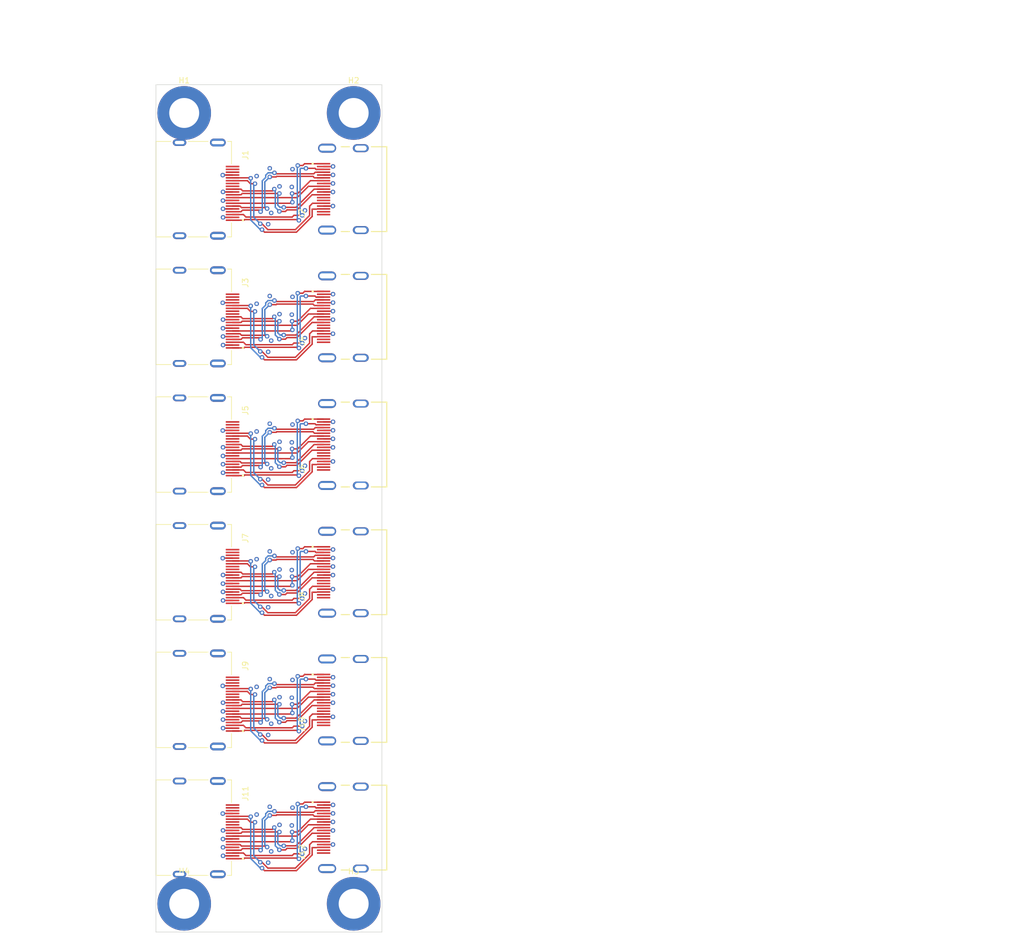
<source format=kicad_pcb>
(kicad_pcb (version 20211014) (generator pcbnew)
  (layers (0 "F.Cu" signal) (1 "In1.Cu" power) (2 "In2.Cu" power) (31 "B.Cu" signal) (34 "B.Paste" user) (35 "F.Paste" user) (36 "B.SilkS" user "B.Silkscreen") (37 "F.SilkS" user "F.Silkscreen") (38 "B.Mask" user) (39 "F.Mask" user) (44 "Edge.Cuts" user))
  (net 0 "")
  (net 1 "GND")
  (net 7 "/pc070_aida_hdmi_dp_single/TRIG*")
  (net 8 "/pc070_aida_hdmi_dp_single/TRIG")
  (net 13 "/pc070_aida_hdmi_dp_single/SPARE*")
  (net 14 "/pc070_aida_hdmi_dp_single/SPARE")
  (net 15 "/pc070_aida_hdmi_dp_single/BUSY*")
  (net 16 "/pc070_aida_hdmi_dp_single/BUSY")
  (net 17 "/pc070_aida_hdmi_dp_single/CONT*")
  (net 18 "/pc070_aida_hdmi_dp_single/CONT")
  (net 19 "/pc070_aida_hdmi_dp_single/CLK*")
  (net 20 "/pc070_aida_hdmi_dp_single/CLK")
  (net 21 "/pc070_aida_hdmi_dp_single1/CLK")
  (net 22 "/pc070_aida_hdmi_dp_single1/CLK*")
  (net 23 "/pc070_aida_hdmi_dp_single1/CONT")
  (net 24 "/pc070_aida_hdmi_dp_single1/CONT*")
  (net 25 "/pc070_aida_hdmi_dp_single1/BUSY")
  (net 26 "/pc070_aida_hdmi_dp_single1/BUSY*")
  (net 27 "/pc070_aida_hdmi_dp_single1/SPARE")
  (net 28 "/pc070_aida_hdmi_dp_single1/SPARE*")
  (net 31 "/pc070_aida_hdmi_dp_single1/TRIG")
  (net 32 "/pc070_aida_hdmi_dp_single1/TRIG*")
  (net 40 "/pc070_aida_hdmi_dp_single2/CLK")
  (net 41 "/pc070_aida_hdmi_dp_single2/CLK*")
  (net 42 "/pc070_aida_hdmi_dp_single2/CONT")
  (net 43 "/pc070_aida_hdmi_dp_single2/CONT*")
  (net 44 "/pc070_aida_hdmi_dp_single2/BUSY")
  (net 45 "/pc070_aida_hdmi_dp_single2/BUSY*")
  (net 46 "/pc070_aida_hdmi_dp_single2/SPARE")
  (net 47 "/pc070_aida_hdmi_dp_single2/SPARE*")
  (net 50 "/pc070_aida_hdmi_dp_single2/TRIG")
  (net 51 "/pc070_aida_hdmi_dp_single2/TRIG*")
  (net 59 "/pc070_aida_hdmi_dp_single5/CLK")
  (net 60 "/pc070_aida_hdmi_dp_single5/CLK*")
  (net 61 "/pc070_aida_hdmi_dp_single5/CONT")
  (net 62 "/pc070_aida_hdmi_dp_single5/CONT*")
  (net 63 "/pc070_aida_hdmi_dp_single5/BUSY")
  (net 64 "/pc070_aida_hdmi_dp_single5/BUSY*")
  (net 65 "/pc070_aida_hdmi_dp_single5/SPARE")
  (net 66 "/pc070_aida_hdmi_dp_single5/SPARE*")
  (net 69 "/pc070_aida_hdmi_dp_single5/TRIG")
  (net 70 "/pc070_aida_hdmi_dp_single5/TRIG*")
  (net 78 "/pc070_aida_hdmi_dp_single4/CLK")
  (net 79 "/pc070_aida_hdmi_dp_single4/CLK*")
  (net 80 "/pc070_aida_hdmi_dp_single4/CONT")
  (net 81 "/pc070_aida_hdmi_dp_single4/CONT*")
  (net 82 "/pc070_aida_hdmi_dp_single4/BUSY")
  (net 83 "/pc070_aida_hdmi_dp_single4/BUSY*")
  (net 84 "/pc070_aida_hdmi_dp_single4/SPARE")
  (net 85 "/pc070_aida_hdmi_dp_single4/SPARE*")
  (net 88 "/pc070_aida_hdmi_dp_single4/TRIG")
  (net 89 "/pc070_aida_hdmi_dp_single4/TRIG*")
  (net 97 "/pc070_aida_hdmi_dp_single3/CLK")
  (net 98 "/pc070_aida_hdmi_dp_single3/CLK*")
  (net 99 "/pc070_aida_hdmi_dp_single3/CONT")
  (net 100 "/pc070_aida_hdmi_dp_single3/CONT*")
  (net 101 "/pc070_aida_hdmi_dp_single3/BUSY")
  (net 102 "/pc070_aida_hdmi_dp_single3/BUSY*")
  (net 103 "/pc070_aida_hdmi_dp_single3/SPARE")
  (net 104 "/pc070_aida_hdmi_dp_single3/SPARE*")
  (net 107 "/pc070_aida_hdmi_dp_single3/TRIG")
  (net 108 "/pc070_aida_hdmi_dp_single3/TRIG*")
  (footprint "HDMR-19-01-S-SM-TR:SAMTEC_HDMR-19-01-S-SM-TR" (layer "F.Cu") (at 105.5 103.697 90)
    (fp_text reference "J6")
    (fp_text value "HDMR-19-01-S-SM-TR")
  )
  (footprint "MountingHole:MountingHole_5.3mm_M5_ISO7380_Pad_TopBottom" (layer "F.Cu") (at 105 185)
    (fp_text reference "H3")
    (fp_text value "MountingHole_Pad")
  )
  (footprint "MountingHole:MountingHole_5.3mm_M5_ISO7380_Pad_TopBottom" (layer "F.Cu") (at 75 185)
    (fp_text reference "H4")
    (fp_text value "MountingHole_Pad")
  )
  (footprint "HDMR-19-01-S-SM-TR:SAMTEC_HDMR-19-01-S-SM-TR" (layer "F.Cu") (at 105.5 126.303 90)
    (fp_text reference "J8")
    (fp_text value "HDMR-19-01-S-SM-TR")
  )
  (footprint "47272-0001:MOLEX_47272-0001" (layer "F.Cu") (at 70 126.303 -90)
    (fp_text reference "J7")
    (fp_text value "47272-0001")
  )
  (footprint "HDMR-19-01-S-SM-TR:SAMTEC_HDMR-19-01-S-SM-TR" (layer "F.Cu") (at 105.5 58.485 90)
    (fp_text reference "J2")
    (fp_text value "HDMR-19-01-S-SM-TR")
  )
  (footprint "MountingHole:MountingHole_5.3mm_M5_ISO7380_Pad_TopBottom" (layer "F.Cu") (at 105 45)
    (fp_text reference "H2")
    (fp_text value "MountingHole_Pad")
  )
  (footprint "47272-0001:MOLEX_47272-0001" (layer "F.Cu") (at 70 148.909 -90)
    (fp_text reference "J9")
    (fp_text value "47272-0001")
  )
  (footprint "MountingHole:MountingHole_5.3mm_M5_ISO7380_Pad_TopBottom" (layer "F.Cu") (at 75 45)
    (fp_text reference "H1")
    (fp_text value "MountingHole_Pad")
  )
  (footprint "HDMR-19-01-S-SM-TR:SAMTEC_HDMR-19-01-S-SM-TR" (layer "F.Cu") (at 105.5 81.091 90)
    (fp_text reference "J4")
    (fp_text value "HDMR-19-01-S-SM-TR")
  )
  (footprint "HDMR-19-01-S-SM-TR:SAMTEC_HDMR-19-01-S-SM-TR" (layer "F.Cu") (at 105.5 148.909 90)
    (fp_text reference "J10")
    (fp_text value "HDMR-19-01-S-SM-TR")
  )
  (footprint "HDMR-19-01-S-SM-TR:SAMTEC_HDMR-19-01-S-SM-TR" (layer "F.Cu") (at 105.5 171.515 90)
    (fp_text reference "J12")
    (fp_text value "HDMR-19-01-S-SM-TR")
  )
  (footprint "47272-0001:MOLEX_47272-0001" (layer "F.Cu") (at 70 58.485 -90)
    (fp_text reference "J1")
    (fp_text value "47272-0001")
  )
  (footprint "47272-0001:MOLEX_47272-0001" (layer "F.Cu") (at 70 81.091 -90)
    (fp_text reference "J3")
    (fp_text value "47272-0001")
  )
  (footprint "47272-0001:MOLEX_47272-0001" (layer "F.Cu") (at 70 103.697 -90)
    (fp_text reference "J5")
    (fp_text value "47272-0001")
  )
  (footprint "47272-0001:MOLEX_47272-0001" (layer "F.Cu") (at 70 171.515 -90)
    (fp_text reference "J11")
    (fp_text value "47272-0001")
  )
  (gr_line (start 110 190) (end 70 190) (layer "Edge.Cuts") (width 0.1))
  (gr_line (start 110 40) (end 110 190) (layer "Edge.Cuts") (width 0.1))
  (gr_line (start 70 40) (end 110 40) (layer "Edge.Cuts") (width 0.1))
  (gr_line (start 70 190) (end 70 40) (layer "Edge.Cuts") (width 0.1))
  (segment (start 83.56 128.303) (end 81.887375 128.303) (width 0.25) (layer "F.Cu") (net 1))
  (segment (start 83.56 60.485) (end 81.887375 60.485) (width 0.25) (layer "F.Cu") (net 1))
  (segment (start 83.56 105.697) (end 81.887375 105.697) (width 0.25) (layer "F.Cu") (net 1))
  (segment (start 83.56 150.909) (end 81.887375 150.909) (width 0.25) (layer "F.Cu") (net 1))
  (segment (start 83.56 83.091) (end 81.887375 83.091) (width 0.25) (layer "F.Cu") (net 1))
  (segment (start 83.56 173.515) (end 81.887375 173.515) (width 0.25) (layer "F.Cu") (net 1))
  (segment (start 99.675 61.485) (end 101.328114 61.485) (width 0.25) (layer "F.Cu") (net 1))
  (segment (start 99.675 151.909) (end 101.328114 151.909) (width 0.25) (layer "F.Cu") (net 1))
  (segment (start 99.675 84.091) (end 101.328114 84.091) (width 0.25) (layer "F.Cu") (net 1))
  (segment (start 99.675 129.303) (end 101.328114 129.303) (width 0.25) (layer "F.Cu") (net 1))
  (segment (start 99.675 174.515) (end 101.328114 174.515) (width 0.25) (layer "F.Cu") (net 1))
  (segment (start 99.675 106.697) (end 101.328114 106.697) (width 0.25) (layer "F.Cu") (net 1))
  (segment (start 81.84 123.803) (end 81.825 123.818) (width 0.25) (layer "F.Cu") (net 1))
  (segment (start 81.84 55.985) (end 81.825 56) (width 0.25) (layer "F.Cu") (net 1))
  (segment (start 81.84 101.197) (end 81.825 101.212) (width 0.25) (layer "F.Cu") (net 1))
  (segment (start 81.84 146.409) (end 81.825 146.424) (width 0.25) (layer "F.Cu") (net 1))
  (segment (start 81.84 78.591) (end 81.825 78.606) (width 0.25) (layer "F.Cu") (net 1))
  (segment (start 81.84 169.015) (end 81.825 169.03) (width 0.25) (layer "F.Cu") (net 1))
  (segment (start 81.887375 60.485) (end 81.863782 60.508593) (width 0.25) (layer "F.Cu") (net 1))
  (segment (start 81.887375 128.303) (end 81.863782 128.326593) (width 0.25) (layer "F.Cu") (net 1))
  (segment (start 81.887375 150.909) (end 81.863782 150.932593) (width 0.25) (layer "F.Cu") (net 1))
  (segment (start 81.887375 83.091) (end 81.863782 83.114593) (width 0.25) (layer "F.Cu") (net 1))
  (segment (start 81.887375 173.515) (end 81.863782 173.538593) (width 0.25) (layer "F.Cu") (net 1))
  (segment (start 81.887375 105.697) (end 81.863782 105.720593) (width 0.25) (layer "F.Cu") (net 1))
  (segment (start 99.675 57.485) (end 101.327496 57.485) (width 0.25) (layer "F.Cu") (net 1))
  (segment (start 99.675 147.909) (end 101.327496 147.909) (width 0.25) (layer "F.Cu") (net 1))
  (segment (start 99.675 80.091) (end 101.327496 80.091) (width 0.25) (layer "F.Cu") (net 1))
  (segment (start 99.675 125.303) (end 101.327496 125.303) (width 0.25) (layer "F.Cu") (net 1))
  (segment (start 99.675 170.515) (end 101.327496 170.515) (width 0.25) (layer "F.Cu") (net 1))
  (segment (start 99.675 102.697) (end 101.327496 102.697) (width 0.25) (layer "F.Cu") (net 1))
  (segment (start 81.881505 131.303) (end 81.878041 131.299536) (width 0.25) (layer "F.Cu") (net 1))
  (segment (start 81.881505 63.485) (end 81.878041 63.481536) (width 0.25) (layer "F.Cu") (net 1))
  (segment (start 81.881505 153.909) (end 81.878041 153.905536) (width 0.25) (layer "F.Cu") (net 1))
  (segment (start 81.881505 86.091) (end 81.878041 86.087536) (width 0.25) (layer "F.Cu") (net 1))
  (segment (start 81.881505 176.515) (end 81.878041 176.511536) (width 0.25) (layer "F.Cu") (net 1))
  (segment (start 81.881505 108.697) (end 81.878041 108.693536) (width 0.25) (layer "F.Cu") (net 1))
  (segment (start 99.675 55.985) (end 101.324988 55.985) (width 0.25) (layer "F.Cu") (net 1))
  (segment (start 99.675 123.803) (end 101.324988 123.803) (width 0.25) (layer "F.Cu") (net 1))
  (segment (start 99.675 146.409) (end 101.324988 146.409) (width 0.25) (layer "F.Cu") (net 1))
  (segment (start 99.675 78.591) (end 101.324988 78.591) (width 0.25) (layer "F.Cu") (net 1))
  (segment (start 99.675 101.197) (end 101.324988 101.197) (width 0.25) (layer "F.Cu") (net 1))
  (segment (start 99.675 169.015) (end 101.324988 169.015) (width 0.25) (layer "F.Cu") (net 1))
  (segment (start 101.327964 58.985) (end 101.333441 58.990477) (width 0.25) (layer "F.Cu") (net 1))
  (segment (start 101.327964 149.409) (end 101.333441 149.414477) (width 0.25) (layer "F.Cu") (net 1))
  (segment (start 101.327964 81.591) (end 101.333441 81.596477) (width 0.25) (layer "F.Cu") (net 1))
  (segment (start 101.327964 126.803) (end 101.333441 126.808477) (width 0.25) (layer "F.Cu") (net 1))
  (segment (start 101.327964 172.015) (end 101.333441 172.020477) (width 0.25) (layer "F.Cu") (net 1))
  (segment (start 101.327964 104.197) (end 101.333441 104.202477) (width 0.25) (layer "F.Cu") (net 1))
  (segment (start 101.328114 61.485) (end 101.333027 61.480087) (width 0.25) (layer "F.Cu") (net 1))
  (segment (start 101.328114 151.909) (end 101.333027 151.904087) (width 0.25) (layer "F.Cu") (net 1))
  (segment (start 101.328114 84.091) (end 101.333027 84.086087) (width 0.25) (layer "F.Cu") (net 1))
  (segment (start 101.328114 129.303) (end 101.333027 129.298087) (width 0.25) (layer "F.Cu") (net 1))
  (segment (start 101.328114 174.515) (end 101.333027 174.510087) (width 0.25) (layer "F.Cu") (net 1))
  (segment (start 101.328114 106.697) (end 101.333027 106.692087) (width 0.25) (layer "F.Cu") (net 1))
  (segment (start 101.323964 54.485) (end 101.343316 54.465648) (width 0.25) (layer "F.Cu") (net 1))
  (segment (start 101.323964 122.303) (end 101.343316 122.283648) (width 0.25) (layer "F.Cu") (net 1))
  (segment (start 101.323964 144.909) (end 101.343316 144.889648) (width 0.25) (layer "F.Cu") (net 1))
  (segment (start 101.323964 77.091) (end 101.343316 77.071648) (width 0.25) (layer "F.Cu") (net 1))
  (segment (start 101.323964 167.515) (end 101.343316 167.495648) (width 0.25) (layer "F.Cu") (net 1))
  (segment (start 101.323964 99.697) (end 101.343316 99.677648) (width 0.25) (layer "F.Cu") (net 1))
  (segment (start 83.56 129.803) (end 81.884526 129.803) (width 0.25) (layer "F.Cu") (net 1))
  (segment (start 83.56 61.985) (end 81.884526 61.985) (width 0.25) (layer "F.Cu") (net 1))
  (segment (start 83.56 152.409) (end 81.884526 152.409) (width 0.25) (layer "F.Cu") (net 1))
  (segment (start 83.56 84.591) (end 81.884526 84.591) (width 0.25) (layer "F.Cu") (net 1))
  (segment (start 83.56 107.197) (end 81.884526 107.197) (width 0.25) (layer "F.Cu") (net 1))
  (segment (start 83.56 175.015) (end 81.884526 175.015) (width 0.25) (layer "F.Cu") (net 1))
  (segment (start 101.327496 57.485) (end 101.334707 57.477789) (width 0.25) (layer "F.Cu") (net 1))
  (segment (start 101.327496 147.909) (end 101.334707 147.901789) (width 0.25) (layer "F.Cu") (net 1))
  (segment (start 101.327496 80.091) (end 101.334707 80.083789) (width 0.25) (layer "F.Cu") (net 1))
  (segment (start 101.327496 125.303) (end 101.334707 125.295789) (width 0.25) (layer "F.Cu") (net 1))
  (segment (start 101.327496 170.515) (end 101.334707 170.507789) (width 0.25) (layer "F.Cu") (net 1))
  (segment (start 101.327496 102.697) (end 101.334707 102.689789) (width 0.25) (layer "F.Cu") (net 1))
  (segment (start 81.883374 126.803) (end 81.873021 126.792647) (width 0.25) (layer "F.Cu") (net 1))
  (segment (start 81.883374 58.985) (end 81.873021 58.974647) (width 0.25) (layer "F.Cu") (net 1))
  (segment (start 81.883374 104.197) (end 81.873021 104.186647) (width 0.25) (layer "F.Cu") (net 1))
  (segment (start 81.883374 149.409) (end 81.873021 149.398647) (width 0.25) (layer "F.Cu") (net 1))
  (segment (start 81.883374 81.591) (end 81.873021 81.580647) (width 0.25) (layer "F.Cu") (net 1))
  (segment (start 81.883374 172.015) (end 81.873021 172.004647) (width 0.25) (layer "F.Cu") (net 1))
  (segment (start 99.675 58.985) (end 101.327964 58.985) (width 0.25) (layer "F.Cu") (net 1))
  (segment (start 99.675 149.409) (end 101.327964 149.409) (width 0.25) (layer "F.Cu") (net 1))
  (segment (start 99.675 81.591) (end 101.327964 81.591) (width 0.25) (layer "F.Cu") (net 1))
  (segment (start 99.675 126.803) (end 101.327964 126.803) (width 0.25) (layer "F.Cu") (net 1))
  (segment (start 99.675 172.015) (end 101.327964 172.015) (width 0.25) (layer "F.Cu") (net 1))
  (segment (start 99.675 104.197) (end 101.327964 104.197) (width 0.25) (layer "F.Cu") (net 1))
  (segment (start 83.56 123.803) (end 81.84 123.803) (width 0.25) (layer "F.Cu") (net 1))
  (segment (start 83.56 55.985) (end 81.84 55.985) (width 0.25) (layer "F.Cu") (net 1))
  (segment (start 83.56 101.197) (end 81.84 101.197) (width 0.25) (layer "F.Cu") (net 1))
  (segment (start 83.56 78.591) (end 81.84 78.591) (width 0.25) (layer "F.Cu") (net 1))
  (segment (start 83.56 169.015) (end 81.84 169.015) (width 0.25) (layer "F.Cu") (net 1))
  (segment (start 83.56 146.409) (end 81.84 146.409) (width 0.25) (layer "F.Cu") (net 1))
  (segment (start 101.324988 55.985) (end 101.340978 55.96901) (width 0.25) (layer "F.Cu") (net 1))
  (segment (start 101.324988 146.409) (end 101.340978 146.39301) (width 0.25) (layer "F.Cu") (net 1))
  (segment (start 101.324988 123.803) (end 101.340978 123.78701) (width 0.25) (layer "F.Cu") (net 1))
  (segment (start 101.324988 78.591) (end 101.340978 78.57501) (width 0.25) (layer "F.Cu") (net 1))
  (segment (start 101.324988 169.015) (end 101.340978 168.99901) (width 0.25) (layer "F.Cu") (net 1))
  (segment (start 101.324988 101.197) (end 101.340978 101.18101) (width 0.25) (layer "F.Cu") (net 1))
  (segment (start 99.675 54.485) (end 101.323964 54.485) (width 0.25) (layer "F.Cu") (net 1))
  (segment (start 99.675 122.303) (end 101.323964 122.303) (width 0.25) (layer "F.Cu") (net 1))
  (segment (start 99.675 144.909) (end 101.323964 144.909) (width 0.25) (layer "F.Cu") (net 1))
  (segment (start 99.675 77.091) (end 101.323964 77.091) (width 0.25) (layer "F.Cu") (net 1))
  (segment (start 99.675 167.515) (end 101.323964 167.515) (width 0.25) (layer "F.Cu") (net 1))
  (segment (start 99.675 99.697) (end 101.323964 99.697) (width 0.25) (layer "F.Cu") (net 1))
  (segment (start 83.56 131.303) (end 81.881505 131.303) (width 0.25) (layer "F.Cu") (net 1))
  (segment (start 83.56 63.485) (end 81.881505 63.485) (width 0.25) (layer "F.Cu") (net 1))
  (segment (start 83.56 153.909) (end 81.881505 153.909) (width 0.25) (layer "F.Cu") (net 1))
  (segment (start 83.56 86.091) (end 81.881505 86.091) (width 0.25) (layer "F.Cu") (net 1))
  (segment (start 83.56 108.697) (end 81.881505 108.697) (width 0.25) (layer "F.Cu") (net 1))
  (segment (start 83.56 176.515) (end 81.881505 176.515) (width 0.25) (layer "F.Cu") (net 1))
  (segment (start 81.884526 129.803) (end 81.870174 129.788648) (width 0.25) (layer "F.Cu") (net 1))
  (segment (start 81.884526 61.985) (end 81.870174 61.970648) (width 0.25) (layer "F.Cu") (net 1))
  (segment (start 81.884526 107.197) (end 81.870174 107.182648) (width 0.25) (layer "F.Cu") (net 1))
  (segment (start 81.884526 152.409) (end 81.870174 152.394648) (width 0.25) (layer "F.Cu") (net 1))
  (segment (start 81.884526 84.591) (end 81.870174 84.576648) (width 0.25) (layer "F.Cu") (net 1))
  (segment (start 81.884526 175.015) (end 81.870174 175.000648) (width 0.25) (layer "F.Cu") (net 1))
  (segment (start 83.56 126.803) (end 81.883374 126.803) (width 0.25) (layer "F.Cu") (net 1))
  (segment (start 83.56 58.985) (end 81.883374 58.985) (width 0.25) (layer "F.Cu") (net 1))
  (segment (start 83.56 104.197) (end 81.883374 104.197) (width 0.25) (layer "F.Cu") (net 1))
  (segment (start 83.56 149.409) (end 81.883374 149.409) (width 0.25) (layer "F.Cu") (net 1))
  (segment (start 83.56 81.591) (end 81.883374 81.591) (width 0.25) (layer "F.Cu") (net 1))
  (segment (start 83.56 172.015) (end 81.883374 172.015) (width 0.25) (layer "F.Cu") (net 1))
  (via (at 101.333027 61.480087) (size 0.8) (drill 0.4) (layers "F.Cu" "B.Cu") (net 1))
  (via (at 101.333027 129.298087) (size 0.8) (drill 0.4) (layers "F.Cu" "B.Cu") (net 1))
  (via (at 101.333027 174.510087) (size 0.8) (drill 0.4) (layers "F.Cu" "B.Cu") (net 1))
  (via (at 101.333027 106.692087) (size 0.8) (drill 0.4) (layers "F.Cu" "B.Cu") (net 1))
  (via (at 101.333027 84.086087) (size 0.8) (drill 0.4) (layers "F.Cu" "B.Cu") (net 1))
  (via (at 101.333027 151.904087) (size 0.8) (drill 0.4) (layers "F.Cu" "B.Cu") (net 1))
  (via (at 81.825 123.818) (size 0.8) (drill 0.4) (layers "F.Cu" "B.Cu") (net 1))
  (via (at 81.825 101.212) (size 0.8) (drill 0.4) (layers "F.Cu" "B.Cu") (net 1))
  (via (at 81.825 56) (size 0.8) (drill 0.4) (layers "F.Cu" "B.Cu") (net 1))
  (via (at 81.825 146.424) (size 0.8) (drill 0.4) (layers "F.Cu" "B.Cu") (net 1))
  (via (at 81.825 169.03) (size 0.8) (drill 0.4) (layers "F.Cu" "B.Cu") (net 1))
  (via (at 81.825 78.606) (size 0.8) (drill 0.4) (layers "F.Cu" "B.Cu") (net 1))
  (via (at 81.873021 126.792647) (size 0.8) (drill 0.4) (layers "F.Cu" "B.Cu") (net 1))
  (via (at 81.873021 104.186647) (size 0.8) (drill 0.4) (layers "F.Cu" "B.Cu") (net 1))
  (via (at 81.873021 58.974647) (size 0.8) (drill 0.4) (layers "F.Cu" "B.Cu") (net 1))
  (via (at 81.873021 149.398647) (size 0.8) (drill 0.4) (layers "F.Cu" "B.Cu") (net 1))
  (via (at 81.873021 81.580647) (size 0.8) (drill 0.4) (layers "F.Cu" "B.Cu") (net 1))
  (via (at 81.873021 172.004647) (size 0.8) (drill 0.4) (layers "F.Cu" "B.Cu") (net 1))
  (via (at 94.05 148.524) (size 0.8) (drill 0.4) (layers "F.Cu" "B.Cu") (net 1))
  (via (at 94.05 80.706) (size 0.8) (drill 0.4) (layers "F.Cu" "B.Cu") (net 1))
  (via (at 94.05 125.918) (size 0.8) (drill 0.4) (layers "F.Cu" "B.Cu") (net 1))
  (via (at 94.05 58.1) (size 0.8) (drill 0.4) (layers "F.Cu" "B.Cu") (net 1))
  (via (at 94.05 103.312) (size 0.8) (drill 0.4) (layers "F.Cu" "B.Cu") (net 1))
  (via (at 94.05 171.13) (size 0.8) (drill 0.4) (layers "F.Cu" "B.Cu") (net 1))
  (via (at 101.333441 58.990477) (size 0.8) (drill 0.4) (layers "F.Cu" "B.Cu") (net 1))
  (via (at 101.333441 126.808477) (size 0.8) (drill 0.4) (layers "F.Cu" "B.Cu") (net 1))
  (via (at 101.333441 104.202477) (size 0.8) (drill 0.4) (layers "F.Cu" "B.Cu") (net 1))
  (via (at 101.333441 172.020477) (size 0.8) (drill 0.4) (layers "F.Cu" "B.Cu") (net 1))
  (via (at 101.333441 81.596477) (size 0.8) (drill 0.4) (layers "F.Cu" "B.Cu") (net 1))
  (via (at 101.333441 149.414477) (size 0.8) (drill 0.4) (layers "F.Cu" "B.Cu") (net 1))
  (via (at 101.340978 55.96901) (size 0.8) (drill 0.4) (layers "F.Cu" "B.Cu") (net 1))
  (via (at 101.340978 123.78701) (size 0.8) (drill 0.4) (layers "F.Cu" "B.Cu") (net 1))
  (via (at 101.340978 101.18101) (size 0.8) (drill 0.4) (layers "F.Cu" "B.Cu") (net 1))
  (via (at 101.340978 168.99901) (size 0.8) (drill 0.4) (layers "F.Cu" "B.Cu") (net 1))
  (via (at 101.340978 78.57501) (size 0.8) (drill 0.4) (layers "F.Cu" "B.Cu") (net 1))
  (via (at 101.340978 146.39301) (size 0.8) (drill 0.4) (layers "F.Cu" "B.Cu") (net 1))
  (via (at 101.334707 57.477789) (size 0.8) (drill 0.4) (layers "F.Cu" "B.Cu") (net 1))
  (via (at 101.334707 125.295789) (size 0.8) (drill 0.4) (layers "F.Cu" "B.Cu") (net 1))
  (via (at 101.334707 170.507789) (size 0.8) (drill 0.4) (layers "F.Cu" "B.Cu") (net 1))
  (via (at 101.334707 102.689789) (size 0.8) (drill 0.4) (layers "F.Cu" "B.Cu") (net 1))
  (via (at 101.334707 80.083789) (size 0.8) (drill 0.4) (layers "F.Cu" "B.Cu") (net 1))
  (via (at 101.334707 147.901789) (size 0.8) (drill 0.4) (layers "F.Cu" "B.Cu") (net 1))
  (via (at 91.875 171.03) (size 0.8) (drill 0.4) (layers "F.Cu" "B.Cu") (net 1))
  (via (at 91.875 80.606) (size 0.8) (drill 0.4) (layers "F.Cu" "B.Cu") (net 1))
  (via (at 91.875 148.424) (size 0.8) (drill 0.4) (layers "F.Cu" "B.Cu") (net 1))
  (via (at 91.875 58) (size 0.8) (drill 0.4) (layers "F.Cu" "B.Cu") (net 1))
  (via (at 91.875 125.818) (size 0.8) (drill 0.4) (layers "F.Cu" "B.Cu") (net 1))
  (via (at 91.875 103.212) (size 0.8) (drill 0.4) (layers "F.Cu" "B.Cu") (net 1))
  (via (at 87.825 78.781) (size 0.8) (drill 0.4) (layers "F.Cu" "B.Cu") (net 1))
  (via (at 87.825 169.205) (size 0.8) (drill 0.4) (layers "F.Cu" "B.Cu") (net 1))
  (via (at 87.825 146.599) (size 0.8) (drill 0.4) (layers "F.Cu" "B.Cu") (net 1))
  (via (at 87.825 56.175) (size 0.8) (drill 0.4) (layers "F.Cu" "B.Cu") (net 1))
  (via (at 87.825 123.993) (size 0.8) (drill 0.4) (layers "F.Cu" "B.Cu") (net 1))
  (via (at 87.825 101.387) (size 0.8) (drill 0.4) (layers "F.Cu" "B.Cu") (net 1))
  (via (at 96.378614 84.853541) (size 0.8) (drill 0.4) (layers "F.Cu" "B.Cu") (net 1))
  (via (at 96.378614 175.277541) (size 0.8) (drill 0.4) (layers "F.Cu" "B.Cu") (net 1))
  (via (at 96.378614 152.671541) (size 0.8) (drill 0.4) (layers "F.Cu" "B.Cu") (net 1))
  (via (at 96.378614 62.247541) (size 0.8) (drill 0.4) (layers "F.Cu" "B.Cu") (net 1))
  (via (at 96.378614 130.065541) (size 0.8) (drill 0.4) (layers "F.Cu" "B.Cu") (net 1))
  (via (at 96.378614 107.459541) (size 0.8) (drill 0.4) (layers "F.Cu" "B.Cu") (net 1))
  (via (at 81.878041 131.299536) (size 0.8) (drill 0.4) (layers "F.Cu" "B.Cu") (net 1))
  (via (at 81.878041 63.481536) (size 0.8) (drill 0.4) (layers "F.Cu" "B.Cu") (net 1))
  (via (at 81.878041 108.693536) (size 0.8) (drill 0.4) (layers "F.Cu" "B.Cu") (net 1))
  (via (at 81.878041 86.087536) (size 0.8) (drill 0.4) (layers "F.Cu" "B.Cu") (net 1))
  (via (at 81.878041 176.511536) (size 0.8) (drill 0.4) (layers "F.Cu" "B.Cu") (net 1))
  (via (at 81.878041 153.905536) (size 0.8) (drill 0.4) (layers "F.Cu" "B.Cu") (net 1))
  (via (at 81.863782 128.326593) (size 0.8) (drill 0.4) (layers "F.Cu" "B.Cu") (net 1))
  (via (at 81.863782 60.508593) (size 0.8) (drill 0.4) (layers "F.Cu" "B.Cu") (net 1))
  (via (at 81.863782 150.932593) (size 0.8) (drill 0.4) (layers "F.Cu" "B.Cu") (net 1))
  (via (at 81.863782 105.720593) (size 0.8) (drill 0.4) (layers "F.Cu" "B.Cu") (net 1))
  (via (at 81.863782 83.114593) (size 0.8) (drill 0.4) (layers "F.Cu" "B.Cu") (net 1))
  (via (at 81.863782 173.538593) (size 0.8) (drill 0.4) (layers "F.Cu" "B.Cu") (net 1))
  (via (at 90.15 77.406) (size 0.8) (drill 0.4) (layers "F.Cu" "B.Cu") (net 1))
  (via (at 90.15 167.83) (size 0.8) (drill 0.4) (layers "F.Cu" "B.Cu") (net 1))
  (via (at 90.15 145.224) (size 0.8) (drill 0.4) (layers "F.Cu" "B.Cu") (net 1))
  (via (at 90.15 54.8) (size 0.8) (drill 0.4) (layers "F.Cu" "B.Cu") (net 1))
  (via (at 90.15 122.618) (size 0.8) (drill 0.4) (layers "F.Cu" "B.Cu") (net 1))
  (via (at 90.15 100.012) (size 0.8) (drill 0.4) (layers "F.Cu" "B.Cu") (net 1))
  (via (at 81.870174 129.788648) (size 0.8) (drill 0.4) (layers "F.Cu" "B.Cu") (net 1))
  (via (at 81.870174 61.970648) (size 0.8) (drill 0.4) (layers "F.Cu" "B.Cu") (net 1))
  (via (at 81.870174 152.394648) (size 0.8) (drill 0.4) (layers "F.Cu" "B.Cu") (net 1))
  (via (at 81.870174 107.182648) (size 0.8) (drill 0.4) (layers "F.Cu" "B.Cu") (net 1))
  (via (at 81.870174 175.000648) (size 0.8) (drill 0.4) (layers "F.Cu" "B.Cu") (net 1))
  (via (at 81.870174 84.576648) (size 0.8) (drill 0.4) (layers "F.Cu" "B.Cu") (net 1))
  (via (at 101.343316 122.283648) (size 0.8) (drill 0.4) (layers "F.Cu" "B.Cu") (net 1))
  (via (at 101.343316 54.465648) (size 0.8) (drill 0.4) (layers "F.Cu" "B.Cu") (net 1))
  (via (at 101.343316 99.677648) (size 0.8) (drill 0.4) (layers "F.Cu" "B.Cu") (net 1))
  (via (at 101.343316 167.495648) (size 0.8) (drill 0.4) (layers "F.Cu" "B.Cu") (net 1))
  (via (at 101.343316 77.071648) (size 0.8) (drill 0.4) (layers "F.Cu" "B.Cu") (net 1))
  (via (at 101.343316 144.889648) (size 0.8) (drill 0.4) (layers "F.Cu" "B.Cu") (net 1))
  (via (at 89.862106 177.717894) (size 0.8) (drill 0.4) (layers "F.Cu" "B.Cu") (net 1))
  (via (at 89.862106 87.293894) (size 0.8) (drill 0.4) (layers "F.Cu" "B.Cu") (net 1))
  (via (at 89.862106 155.111894) (size 0.8) (drill 0.4) (layers "F.Cu" "B.Cu") (net 1))
  (via (at 89.862106 64.687894) (size 0.8) (drill 0.4) (layers "F.Cu" "B.Cu") (net 1))
  (via (at 89.862106 132.505894) (size 0.8) (drill 0.4) (layers "F.Cu" "B.Cu") (net 1))
  (via (at 89.862106 109.899894) (size 0.8) (drill 0.4) (layers "F.Cu" "B.Cu") (net 1))
  (via (at 90.4 175.7305) (size 0.8) (drill 0.4) (layers "F.Cu" "B.Cu") (net 1))
  (via (at 90.4 85.3065) (size 0.8) (drill 0.4) (layers "F.Cu" "B.Cu") (net 1))
  (via (at 90.4 153.1245) (size 0.8) (drill 0.4) (layers "F.Cu" "B.Cu") (net 1))
  (via (at 90.4 62.7005) (size 0.8) (drill 0.4) (layers "F.Cu" "B.Cu") (net 1))
  (via (at 90.4 130.5185) (size 0.8) (drill 0.4) (layers "F.Cu" "B.Cu") (net 1))
  (via (at 90.4 107.9125) (size 0.8) (drill 0.4) (layers "F.Cu" "B.Cu") (net 1))
  (via (at 94.175 167.98) (size 0.8) (drill 0.4) (layers "F.Cu" "B.Cu") (net 1))
  (via (at 94.175 77.556) (size 0.8) (drill 0.4) (layers "F.Cu" "B.Cu") (net 1))
  (via (at 94.175 145.374) (size 0.8) (drill 0.4) (layers "F.Cu" "B.Cu") (net 1))
  (via (at 94.175 54.95) (size 0.8) (drill 0.4) (layers "F.Cu" "B.Cu") (net 1))
  (via (at 94.175 122.768) (size 0.8) (drill 0.4) (layers "F.Cu" "B.Cu") (net 1))
  (via (at 94.175 100.162) (size 0.8) (drill 0.4) (layers "F.Cu" "B.Cu") (net 1))
  (segment (start 97.65 62.025) (end 98.425 62.025) (width 0.25) (layer "F.Cu") (net 7))
  (segment (start 86.71 56.485) (end 86.775 56.55) (width 0.25) (layer "F.Cu") (net 7))
  (segment (start 94.874999 66.1) (end 97.65 63.324999) (width 0.25) (layer "F.Cu") (net 7))
  (segment (start 89.225 66.1) (end 94.874999 66.1) (width 0.25) (layer "F.Cu") (net 7))
  (segment (start 83.56 56.485) (end 86.71 56.485) (width 0.25) (layer "F.Cu") (net 7))
  (segment (start 88.775 65.65) (end 89.225 66.1) (width 0.25) (layer "F.Cu") (net 7))
  (segment (start 97.65 63.324999) (end 97.65 62.025) (width 0.25) (layer "F.Cu") (net 7))
  (via (at 86.775 56.55) (size 0.8) (drill 0.4) (layers "F.Cu" "B.Cu") (net 7))
  (via (at 88.775 65.65) (size 0.8) (drill 0.4) (layers "F.Cu" "B.Cu") (net 7))
  (segment (start 88.475 65.65) (end 88.775 65.65) (width 0.25) (layer "B.Cu") (net 7))
  (segment (start 86.775 63.95) (end 88.475 65.65) (width 0.25) (layer "B.Cu") (net 7))
  (segment (start 86.775 56.55) (end 86.775 63.95) (width 0.25) (layer "B.Cu") (net 7))
  (segment (start 97.20048 63.138802) (end 97.20048 61.49952) (width 0.25) (layer "F.Cu") (net 8))
  (segment (start 97.20048 61.49952) (end 97.715 60.985) (width 0.25) (layer "F.Cu") (net 8))
  (segment (start 89.800094 65.65048) (end 94.688802 65.65048) (width 0.25) (layer "F.Cu") (net 8))
  (segment (start 83.56 56.985) (end 86.185386 56.985) (width 0.25) (layer "F.Cu") (net 8))
  (segment (start 97.715 60.985) (end 99.675 60.985) (width 0.25) (layer "F.Cu") (net 8))
  (segment (start 86.185386 56.985) (end 86.725386 57.525) (width 0.25) (layer "F.Cu") (net 8))
  (segment (start 94.688802 65.65048) (end 97.20048 63.138802) (width 0.25) (layer "F.Cu") (net 8))
  (segment (start 88.462299 64.612701) (end 88.762315 64.612701) (width 0.25) (layer "F.Cu") (net 8))
  (segment (start 86.725386 57.525) (end 87.525 57.525) (width 0.25) (layer "F.Cu") (net 8))
  (segment (start 88.762315 64.612701) (end 89.800094 65.65048) (width 0.25) (layer "F.Cu") (net 8))
  (via (at 88.462299 64.612701) (size 0.8) (drill 0.4) (layers "F.Cu" "B.Cu") (net 8))
  (via (at 87.525 57.525) (size 0.8) (drill 0.4) (layers "F.Cu" "B.Cu") (net 8))
  (segment (start 87.525 57.525) (end 87.325 57.725) (width 0.25) (layer "B.Cu") (net 8))
  (segment (start 87.325 63.475402) (end 88.462299 64.612701) (width 0.25) (layer "B.Cu") (net 8))
  (segment (start 87.325 57.725) (end 87.325 63.475402) (width 0.25) (layer "B.Cu") (net 8))
  (segment (start 85.049022 58.485) (end 83.56 58.485) (width 0.25) (layer "F.Cu") (net 13))
  (segment (start 94.965979 62.15902) (end 97.64 59.485) (width 0.25) (layer "F.Cu") (net 13))
  (segment (start 93.200105 62.15902) (end 94.965979 62.15902) (width 0.25) (layer "F.Cu") (net 13))
  (segment (start 92.925103 62.434022) (end 93.200105 62.15902) (width 0.25) (layer "F.Cu") (net 13))
  (segment (start 90.62452 58.80048) (end 85.364502 58.80048) (width 0.25) (layer "F.Cu") (net 13))
  (segment (start 90.95 58.475) (end 90.62452 58.80048) (width 0.25) (layer "F.Cu") (net 13))
  (segment (start 97.64 59.485) (end 99.675 59.485) (width 0.25) (layer "F.Cu") (net 13))
  (segment (start 91.85 62.425) (end 91.859022 62.434022) (width 0.25) (layer "F.Cu") (net 13))
  (segment (start 85.364502 58.80048) (end 85.049022 58.485) (width 0.25) (layer "F.Cu") (net 13))
  (segment (start 91.859022 62.434022) (end 92.925103 62.434022) (width 0.25) (layer "F.Cu") (net 13))
  (via (at 91.85 62.425) (size 0.8) (drill 0.4) (layers "F.Cu" "B.Cu") (net 13))
  (via (at 90.95 58.475) (size 0.8) (drill 0.4) (layers "F.Cu" "B.Cu") (net 13))
  (segment (start 91.125 61.7) (end 91.85 62.425) (width 0.25) (layer "B.Cu") (net 13))
  (segment (start 90.95 58.475) (end 91.125 58.65) (width 0.25) (layer "B.Cu") (net 13))
  (segment (start 91.125 58.65) (end 91.125 61.7) (width 0.25) (layer "B.Cu") (net 13))
  (segment (start 85.049022 59.485) (end 83.56 59.485) (width 0.25) (layer "F.Cu") (net 14))
  (segment (start 92.625011 61.7095) (end 94.779782 61.7095) (width 0.25) (layer "F.Cu") (net 14))
  (segment (start 94.779782 61.7095) (end 98.004282 58.485) (width 0.25) (layer "F.Cu") (net 14))
  (segment (start 91.85 59.2605) (end 91.8395 59.25) (width 0.25) (layer "F.Cu") (net 14))
  (segment (start 98.004282 58.485) (end 99.675 58.485) (width 0.25) (layer "F.Cu") (net 14))
  (segment (start 92.625 61.709511) (end 92.625011 61.7095) (width 0.25) (layer "F.Cu") (net 14))
  (segment (start 85.284022 59.25) (end 85.049022 59.485) (width 0.25) (layer "F.Cu") (net 14))
  (segment (start 91.8395 59.25) (end 85.284022 59.25) (width 0.25) (layer "F.Cu") (net 14))
  (via (at 92.625 61.709511) (size 0.8) (drill 0.4) (layers "F.Cu" "B.Cu") (net 14))
  (via (at 91.85 59.2605) (size 0.8) (drill 0.4) (layers "F.Cu" "B.Cu") (net 14))
  (segment (start 92.159125 61.709511) (end 92.625 61.709511) (width 0.25) (layer "B.Cu") (net 14))
  (segment (start 91.950489 61.700489) (end 92.150103 61.700489) (width 0.25) (layer "B.Cu") (net 14))
  (segment (start 91.85 59.2605) (end 91.57452 59.53598) (width 0.25) (layer "B.Cu") (net 14))
  (segment (start 91.57452 61.32452) (end 91.950489 61.700489) (width 0.25) (layer "B.Cu") (net 14))
  (segment (start 91.57452 59.53598) (end 91.57452 61.32452) (width 0.25) (layer "B.Cu") (net 14))
  (segment (start 92.150103 61.700489) (end 92.159125 61.709511) (width 0.25) (layer "B.Cu") (net 14))
  (segment (start 94.99 59.985) (end 96.99 57.985) (width 0.25) (layer "F.Cu") (net 15))
  (segment (start 96.99 57.985) (end 99.675 57.985) (width 0.25) (layer "F.Cu") (net 15))
  (segment (start 83.56 59.985) (end 94.99 59.985) (width 0.25) (layer "F.Cu") (net 15))
  (segment (start 94.15 60.8) (end 93.965 60.985) (width 0.25) (layer "F.Cu") (net 16))
  (segment (start 94.1 59.2605) (end 95.078782 59.2605) (width 0.25) (layer "F.Cu") (net 16))
  (segment (start 93.965 60.985) (end 83.56 60.985) (width 0.25) (layer "F.Cu") (net 16))
  (segment (start 95.078782 59.2605) (end 97.354282 56.985) (width 0.25) (layer "F.Cu") (net 16))
  (segment (start 97.354282 56.985) (end 99.675 56.985) (width 0.25) (layer "F.Cu") (net 16))
  (via (at 94.15 60.8) (size 0.8) (drill 0.4) (layers "F.Cu" "B.Cu") (net 16))
  (via (at 94.1 59.2605) (size 0.8) (drill 0.4) (layers "F.Cu" "B.Cu") (net 16))
  (segment (start 94.1 60.75) (end 94.1 59.2605) (width 0.25) (layer "B.Cu") (net 16))
  (segment (start 94.15 60.8) (end 94.1 60.75) (width 0.25) (layer "B.Cu") (net 16))
  (segment (start 97.8 56.225) (end 98.06 56.485) (width 0.25) (layer "F.Cu") (net 17))
  (segment (start 89.675 61.925) (end 89.50048 61.75048) (width 0.25) (layer "F.Cu") (net 17))
  (segment (start 85.147825 61.75048) (end 84.882345 61.485) (width 0.25) (layer "F.Cu") (net 17))
  (segment (start 91.374614 56.225) (end 97.8 56.225) (width 0.25) (layer "F.Cu") (net 17))
  (segment (start 90.15 56.3245) (end 91.275114 56.3245) (width 0.25) (layer "F.Cu") (net 17))
  (segment (start 84.882345 61.485) (end 83.56 61.485) (width 0.25) (layer "F.Cu") (net 17))
  (segment (start 98.06 56.485) (end 99.675 56.485) (width 0.25) (layer "F.Cu") (net 17))
  (segment (start 91.275114 56.3245) (end 91.374614 56.225) (width 0.25) (layer "F.Cu") (net 17))
  (segment (start 89.50048 61.75048) (end 85.147825 61.75048) (width 0.25) (layer "F.Cu") (net 17))
  (via (at 90.15 56.3245) (size 0.8) (drill 0.4) (layers "F.Cu" "B.Cu") (net 17))
  (via (at 89.675 61.925) (size 0.8) (drill 0.4) (layers "F.Cu" "B.Cu") (net 17))
  (segment (start 89.27452 57.19998) (end 90.15 56.3245) (width 0.25) (layer "B.Cu") (net 17))
  (segment (start 89.27452 61.52452) (end 89.27452 57.19998) (width 0.25) (layer "B.Cu") (net 17))
  (segment (start 89.675 61.925) (end 89.27452 61.52452) (width 0.25) (layer "B.Cu") (net 17))
  (segment (start 85.049022 62.485) (end 83.56 62.485) (width 0.25) (layer "F.Cu") (net 18))
  (segment (start 88.525 62.475) (end 88.25 62.2) (width 0.25) (layer "F.Cu") (net 18))
  (segment (start 98.215489 55.485) (end 99.675 55.485) (width 0.25) (layer "F.Cu") (net 18))
  (segment (start 90.975 55.6) (end 91.15048 55.77548) (width 0.25) (layer "F.Cu") (net 18))
  (segment (start 97.925009 55.77548) (end 98.215489 55.485) (width 0.25) (layer "F.Cu") (net 18))
  (segment (start 85.334022 62.2) (end 85.049022 62.485) (width 0.25) (layer "F.Cu") (net 18))
  (segment (start 88.25 62.2) (end 85.334022 62.2) (width 0.25) (layer "F.Cu") (net 18))
  (segment (start 91.15048 55.77548) (end 97.925009 55.77548) (width 0.25) (layer "F.Cu") (net 18))
  (via (at 88.525 62.475) (size 0.8) (drill 0.4) (layers "F.Cu" "B.Cu") (net 18))
  (via (at 90.975 55.6) (size 0.8) (drill 0.4) (layers "F.Cu" "B.Cu") (net 18))
  (segment (start 88.525 62.475) (end 88.825 62.175) (width 0.25) (layer "B.Cu") (net 18))
  (segment (start 89.425489 56.413294) (end 89.425489 56.024397) (width 0.25) (layer "B.Cu") (net 18))
  (segment (start 88.825 62.175) (end 88.825 57.013782) (width 0.25) (layer "B.Cu") (net 18))
  (segment (start 89.849886 55.6) (end 90.975 55.6) (width 0.25) (layer "B.Cu") (net 18))
  (segment (start 88.825 57.013782) (end 89.425489 56.413294) (width 0.25) (layer "B.Cu") (net 18))
  (segment (start 89.425489 56.024397) (end 89.849886 55.6) (width 0.25) (layer "B.Cu") (net 18))
  (segment (start 96.55 54.8005) (end 98.1505 54.8005) (width 0.25) (layer "F.Cu") (net 19))
  (segment (start 98.1505 54.8005) (end 98.375 55.025) (width 0.25) (layer "F.Cu") (net 19))
  (segment (start 94.425386 63.125) (end 95.9 63.125) (width 0.25) (layer "F.Cu") (net 19))
  (segment (start 85.925 63.425) (end 94.125386 63.425) (width 0.25) (layer "F.Cu") (net 19))
  (segment (start 94.125386 63.425) (end 94.425386 63.125) (width 0.25) (layer "F.Cu") (net 19))
  (segment (start 98.415 54.985) (end 98.375 55.025) (width 0.25) (layer "F.Cu") (net 19))
  (segment (start 99.675 54.985) (end 98.415 54.985) (width 0.25) (layer "F.Cu") (net 19))
  (segment (start 83.56 62.985) (end 85.485 62.985) (width 0.25) (layer "F.Cu") (net 19))
  (segment (start 85.485 62.985) (end 85.925 63.425) (width 0.25) (layer "F.Cu") (net 19))
  (via (at 95.9 63.125) (size 0.8) (drill 0.4) (layers "F.Cu" "B.Cu") (net 19))
  (via (at 96.55 54.8005) (size 0.8) (drill 0.4) (layers "F.Cu" "B.Cu") (net 19))
  (segment (start 95.9 63.125) (end 95.525 62.75) (width 0.25) (layer "B.Cu") (net 19))
  (segment (start 95.525 54.925) (end 95.6495 54.8005) (width 0.25) (layer "B.Cu") (net 19))
  (segment (start 95.525 62.75) (end 95.525 54.925) (width 0.25) (layer "B.Cu") (net 19))
  (segment (start 95.6495 54.8005) (end 96.55 54.8005) (width 0.25) (layer "B.Cu") (net 19))
  (segment (start 96.325 53.975) (end 96.335 53.985) (width 0.25) (layer "F.Cu") (net 20))
  (segment (start 95.175 63.875) (end 85.7 63.875) (width 0.25) (layer "F.Cu") (net 20))
  (segment (start 85.7 63.875) (end 85.59 63.985) (width 0.25) (layer "F.Cu") (net 20))
  (segment (start 96 54.3) (end 96.325 53.975) (width 0.25) (layer "F.Cu") (net 20))
  (segment (start 95.307341 64.007341) (end 95.175 63.875) (width 0.25) (layer "F.Cu") (net 20))
  (segment (start 96.335 53.985) (end 99.675 53.985) (width 0.25) (layer "F.Cu") (net 20))
  (segment (start 95.1 54.3) (end 96 54.3) (width 0.25) (layer "F.Cu") (net 20))
  (segment (start 85.59 63.985) (end 83.56 63.985) (width 0.25) (layer "F.Cu") (net 20))
  (via (at 95.307341 64.007341) (size 0.8) (drill 0.4) (layers "F.Cu" "B.Cu") (net 20))
  (via (at 95.1 54.3) (size 0.8) (drill 0.4) (layers "F.Cu" "B.Cu") (net 20))
  (segment (start 95.307341 64.007341) (end 95.025 63.725) (width 0.25) (layer "B.Cu") (net 20))
  (segment (start 95.025 63.725) (end 95.025 54.375) (width 0.25) (layer "B.Cu") (net 20))
  (segment (start 95.025 54.375) (end 95.1 54.3) (width 0.25) (layer "B.Cu") (net 20))
  (segment (start 96.325 76.581) (end 96.335 76.591) (width 0.25) (layer "F.Cu") (net 21))
  (segment (start 95.175 86.481) (end 85.7 86.481) (width 0.25) (layer "F.Cu") (net 21))
  (segment (start 85.7 86.481) (end 85.59 86.591) (width 0.25) (layer "F.Cu") (net 21))
  (segment (start 96 76.906) (end 96.325 76.581) (width 0.25) (layer "F.Cu") (net 21))
  (segment (start 95.307341 86.613341) (end 95.175 86.481) (width 0.25) (layer "F.Cu") (net 21))
  (segment (start 96.335 76.591) (end 99.675 76.591) (width 0.25) (layer "F.Cu") (net 21))
  (segment (start 95.1 76.906) (end 96 76.906) (width 0.25) (layer "F.Cu") (net 21))
  (segment (start 85.59 86.591) (end 83.56 86.591) (width 0.25) (layer "F.Cu") (net 21))
  (via (at 95.307341 86.613341) (size 0.8) (drill 0.4) (layers "F.Cu" "B.Cu") (net 21))
  (via (at 95.1 76.906) (size 0.8) (drill 0.4) (layers "F.Cu" "B.Cu") (net 21))
  (segment (start 95.307341 86.613341) (end 95.025 86.331) (width 0.25) (layer "B.Cu") (net 21))
  (segment (start 95.025 86.331) (end 95.025 76.981) (width 0.25) (layer "B.Cu") (net 21))
  (segment (start 95.025 76.981) (end 95.1 76.906) (width 0.25) (layer "B.Cu") (net 21))
  (segment (start 96.55 77.4065) (end 98.1505 77.4065) (width 0.25) (layer "F.Cu") (net 22))
  (segment (start 98.1505 77.4065) (end 98.375 77.631) (width 0.25) (layer "F.Cu") (net 22))
  (segment (start 94.425386 85.731) (end 95.9 85.731) (width 0.25) (layer "F.Cu") (net 22))
  (segment (start 85.925 86.031) (end 94.125386 86.031) (width 0.25) (layer "F.Cu") (net 22))
  (segment (start 94.125386 86.031) (end 94.425386 85.731) (width 0.25) (layer "F.Cu") (net 22))
  (segment (start 98.415 77.591) (end 98.375 77.631) (width 0.25) (layer "F.Cu") (net 22))
  (segment (start 99.675 77.591) (end 98.415 77.591) (width 0.25) (layer "F.Cu") (net 22))
  (segment (start 83.56 85.591) (end 85.485 85.591) (width 0.25) (layer "F.Cu") (net 22))
  (segment (start 85.485 85.591) (end 85.925 86.031) (width 0.25) (layer "F.Cu") (net 22))
  (via (at 95.9 85.731) (size 0.8) (drill 0.4) (layers "F.Cu" "B.Cu") (net 22))
  (via (at 96.55 77.4065) (size 0.8) (drill 0.4) (layers "F.Cu" "B.Cu") (net 22))
  (segment (start 95.9 85.731) (end 95.525 85.356) (width 0.25) (layer "B.Cu") (net 22))
  (segment (start 95.525 77.531) (end 95.6495 77.4065) (width 0.25) (layer "B.Cu") (net 22))
  (segment (start 95.525 85.356) (end 95.525 77.531) (width 0.25) (layer "B.Cu") (net 22))
  (segment (start 95.6495 77.4065) (end 96.55 77.4065) (width 0.25) (layer "B.Cu") (net 22))
  (segment (start 85.049022 85.091) (end 83.56 85.091) (width 0.25) (layer "F.Cu") (net 23))
  (segment (start 88.525 85.081) (end 88.25 84.806) (width 0.25) (layer "F.Cu") (net 23))
  (segment (start 98.215489 78.091) (end 99.675 78.091) (width 0.25) (layer "F.Cu") (net 23))
  (segment (start 90.975 78.206) (end 91.15048 78.38148) (width 0.25) (layer "F.Cu") (net 23))
  (segment (start 97.925009 78.38148) (end 98.215489 78.091) (width 0.25) (layer "F.Cu") (net 23))
  (segment (start 85.334022 84.806) (end 85.049022 85.091) (width 0.25) (layer "F.Cu") (net 23))
  (segment (start 88.25 84.806) (end 85.334022 84.806) (width 0.25) (layer "F.Cu") (net 23))
  (segment (start 91.15048 78.38148) (end 97.925009 78.38148) (width 0.25) (layer "F.Cu") (net 23))
  (via (at 88.525 85.081) (size 0.8) (drill 0.4) (layers "F.Cu" "B.Cu") (net 23))
  (via (at 90.975 78.206) (size 0.8) (drill 0.4) (layers "F.Cu" "B.Cu") (net 23))
  (segment (start 88.525 85.081) (end 88.825 84.781) (width 0.25) (layer "B.Cu") (net 23))
  (segment (start 89.425489 79.019294) (end 89.425489 78.630397) (width 0.25) (layer "B.Cu") (net 23))
  (segment (start 88.825 84.781) (end 88.825 79.619782) (width 0.25) (layer "B.Cu") (net 23))
  (segment (start 89.849886 78.206) (end 90.975 78.206) (width 0.25) (layer "B.Cu") (net 23))
  (segment (start 88.825 79.619782) (end 89.425489 79.019294) (width 0.25) (layer "B.Cu") (net 23))
  (segment (start 89.425489 78.630397) (end 89.849886 78.206) (width 0.25) (layer "B.Cu") (net 23))
  (segment (start 97.8 78.831) (end 98.06 79.091) (width 0.25) (layer "F.Cu") (net 24))
  (segment (start 89.675 84.531) (end 89.50048 84.35648) (width 0.25) (layer "F.Cu") (net 24))
  (segment (start 85.147825 84.35648) (end 84.882345 84.091) (width 0.25) (layer "F.Cu") (net 24))
  (segment (start 91.374614 78.831) (end 97.8 78.831) (width 0.25) (layer "F.Cu") (net 24))
  (segment (start 90.15 78.9305) (end 91.275114 78.9305) (width 0.25) (layer "F.Cu") (net 24))
  (segment (start 84.882345 84.091) (end 83.56 84.091) (width 0.25) (layer "F.Cu") (net 24))
  (segment (start 98.06 79.091) (end 99.675 79.091) (width 0.25) (layer "F.Cu") (net 24))
  (segment (start 91.275114 78.9305) (end 91.374614 78.831) (width 0.25) (layer "F.Cu") (net 24))
  (segment (start 89.50048 84.35648) (end 85.147825 84.35648) (width 0.25) (layer "F.Cu") (net 24))
  (via (at 90.15 78.9305) (size 0.8) (drill 0.4) (layers "F.Cu" "B.Cu") (net 24))
  (via (at 89.675 84.531) (size 0.8) (drill 0.4) (layers "F.Cu" "B.Cu") (net 24))
  (segment (start 89.27452 79.80598) (end 90.15 78.9305) (width 0.25) (layer "B.Cu") (net 24))
  (segment (start 89.27452 84.13052) (end 89.27452 79.80598) (width 0.25) (layer "B.Cu") (net 24))
  (segment (start 89.675 84.531) (end 89.27452 84.13052) (width 0.25) (layer "B.Cu") (net 24))
  (segment (start 94.15 83.406) (end 93.965 83.591) (width 0.25) (layer "F.Cu") (net 25))
  (segment (start 94.1 81.8665) (end 95.078782 81.8665) (width 0.25) (layer "F.Cu") (net 25))
  (segment (start 93.965 83.591) (end 83.56 83.591) (width 0.25) (layer "F.Cu") (net 25))
  (segment (start 95.078782 81.8665) (end 97.354282 79.591) (width 0.25) (layer "F.Cu") (net 25))
  (segment (start 97.354282 79.591) (end 99.675 79.591) (width 0.25) (layer "F.Cu") (net 25))
  (via (at 94.15 83.406) (size 0.8) (drill 0.4) (layers "F.Cu" "B.Cu") (net 25))
  (via (at 94.1 81.8665) (size 0.8) (drill 0.4) (layers "F.Cu" "B.Cu") (net 25))
  (segment (start 94.1 83.356) (end 94.1 81.8665) (width 0.25) (layer "B.Cu") (net 25))
  (segment (start 94.15 83.406) (end 94.1 83.356) (width 0.25) (layer "B.Cu") (net 25))
  (segment (start 94.99 82.591) (end 96.99 80.591) (width 0.25) (layer "F.Cu") (net 26))
  (segment (start 96.99 80.591) (end 99.675 80.591) (width 0.25) (layer "F.Cu") (net 26))
  (segment (start 83.56 82.591) (end 94.99 82.591) (width 0.25) (layer "F.Cu") (net 26))
  (segment (start 85.049022 82.091) (end 83.56 82.091) (width 0.25) (layer "F.Cu") (net 27))
  (segment (start 92.625011 84.3155) (end 94.779782 84.3155) (width 0.25) (layer "F.Cu") (net 27))
  (segment (start 94.779782 84.3155) (end 98.004282 81.091) (width 0.25) (layer "F.Cu") (net 27))
  (segment (start 91.85 81.8665) (end 91.8395 81.856) (width 0.25) (layer "F.Cu") (net 27))
  (segment (start 98.004282 81.091) (end 99.675 81.091) (width 0.25) (layer "F.Cu") (net 27))
  (segment (start 92.625 84.315511) (end 92.625011 84.3155) (width 0.25) (layer "F.Cu") (net 27))
  (segment (start 85.284022 81.856) (end 85.049022 82.091) (width 0.25) (layer "F.Cu") (net 27))
  (segment (start 91.8395 81.856) (end 85.284022 81.856) (width 0.25) (layer "F.Cu") (net 27))
  (via (at 92.625 84.315511) (size 0.8) (drill 0.4) (layers "F.Cu" "B.Cu") (net 27))
  (via (at 91.85 81.8665) (size 0.8) (drill 0.4) (layers "F.Cu" "B.Cu") (net 27))
  (segment (start 92.159125 84.315511) (end 92.625 84.315511) (width 0.25) (layer "B.Cu") (net 27))
  (segment (start 91.950489 84.306489) (end 92.150103 84.306489) (width 0.25) (layer "B.Cu") (net 27))
  (segment (start 91.85 81.8665) (end 91.57452 82.14198) (width 0.25) (layer "B.Cu") (net 27))
  (segment (start 91.57452 83.93052) (end 91.950489 84.306489) (width 0.25) (layer "B.Cu") (net 27))
  (segment (start 91.57452 82.14198) (end 91.57452 83.93052) (width 0.25) (layer "B.Cu") (net 27))
  (segment (start 92.150103 84.306489) (end 92.159125 84.315511) (width 0.25) (layer "B.Cu") (net 27))
  (segment (start 85.049022 81.091) (end 83.56 81.091) (width 0.25) (layer "F.Cu") (net 28))
  (segment (start 94.965979 84.76502) (end 97.64 82.091) (width 0.25) (layer "F.Cu") (net 28))
  (segment (start 93.200105 84.76502) (end 94.965979 84.76502) (width 0.25) (layer "F.Cu") (net 28))
  (segment (start 92.925103 85.040022) (end 93.200105 84.76502) (width 0.25) (layer "F.Cu") (net 28))
  (segment (start 90.62452 81.40648) (end 85.364502 81.40648) (width 0.25) (layer "F.Cu") (net 28))
  (segment (start 90.95 81.081) (end 90.62452 81.40648) (width 0.25) (layer "F.Cu") (net 28))
  (segment (start 97.64 82.091) (end 99.675 82.091) (width 0.25) (layer "F.Cu") (net 28))
  (segment (start 91.85 85.031) (end 91.859022 85.040022) (width 0.25) (layer "F.Cu") (net 28))
  (segment (start 85.364502 81.40648) (end 85.049022 81.091) (width 0.25) (layer "F.Cu") (net 28))
  (segment (start 91.859022 85.040022) (end 92.925103 85.040022) (width 0.25) (layer "F.Cu") (net 28))
  (via (at 91.85 85.031) (size 0.8) (drill 0.4) (layers "F.Cu" "B.Cu") (net 28))
  (via (at 90.95 81.081) (size 0.8) (drill 0.4) (layers "F.Cu" "B.Cu") (net 28))
  (segment (start 91.125 84.306) (end 91.85 85.031) (width 0.25) (layer "B.Cu") (net 28))
  (segment (start 90.95 81.081) (end 91.125 81.256) (width 0.25) (layer "B.Cu") (net 28))
  (segment (start 91.125 81.256) (end 91.125 84.306) (width 0.25) (layer "B.Cu") (net 28))
  (segment (start 97.20048 85.744802) (end 97.20048 84.10552) (width 0.25) (layer "F.Cu") (net 31))
  (segment (start 97.20048 84.10552) (end 97.715 83.591) (width 0.25) (layer "F.Cu") (net 31))
  (segment (start 89.800094 88.25648) (end 94.688802 88.25648) (width 0.25) (layer "F.Cu") (net 31))
  (segment (start 83.56 79.591) (end 86.185386 79.591) (width 0.25) (layer "F.Cu") (net 31))
  (segment (start 97.715 83.591) (end 99.675 83.591) (width 0.25) (layer "F.Cu") (net 31))
  (segment (start 86.185386 79.591) (end 86.725386 80.131) (width 0.25) (layer "F.Cu") (net 31))
  (segment (start 94.688802 88.25648) (end 97.20048 85.744802) (width 0.25) (layer "F.Cu") (net 31))
  (segment (start 88.462299 87.218701) (end 88.762315 87.218701) (width 0.25) (layer "F.Cu") (net 31))
  (segment (start 86.725386 80.131) (end 87.525 80.131) (width 0.25) (layer "F.Cu") (net 31))
  (segment (start 88.762315 87.218701) (end 89.800094 88.25648) (width 0.25) (layer "F.Cu") (net 31))
  (via (at 88.462299 87.218701) (size 0.8) (drill 0.4) (layers "F.Cu" "B.Cu") (net 31))
  (via (at 87.525 80.131) (size 0.8) (drill 0.4) (layers "F.Cu" "B.Cu") (net 31))
  (segment (start 87.525 80.131) (end 87.325 80.331) (width 0.25) (layer "B.Cu") (net 31))
  (segment (start 87.325 86.081402) (end 88.462299 87.218701) (width 0.25) (layer "B.Cu") (net 31))
  (segment (start 87.325 80.331) (end 87.325 86.081402) (width 0.25) (layer "B.Cu") (net 31))
  (segment (start 97.65 84.631) (end 98.425 84.631) (width 0.25) (layer "F.Cu") (net 32))
  (segment (start 86.71 79.091) (end 86.775 79.156) (width 0.25) (layer "F.Cu") (net 32))
  (segment (start 94.874999 88.706) (end 97.65 85.930999) (width 0.25) (layer "F.Cu") (net 32))
  (segment (start 89.225 88.706) (end 94.874999 88.706) (width 0.25) (layer "F.Cu") (net 32))
  (segment (start 83.56 79.091) (end 86.71 79.091) (width 0.25) (layer "F.Cu") (net 32))
  (segment (start 88.775 88.256) (end 89.225 88.706) (width 0.25) (layer "F.Cu") (net 32))
  (segment (start 97.65 85.930999) (end 97.65 84.631) (width 0.25) (layer "F.Cu") (net 32))
  (via (at 86.775 79.156) (size 0.8) (drill 0.4) (layers "F.Cu" "B.Cu") (net 32))
  (via (at 88.775 88.256) (size 0.8) (drill 0.4) (layers "F.Cu" "B.Cu") (net 32))
  (segment (start 88.475 88.256) (end 88.775 88.256) (width 0.25) (layer "B.Cu") (net 32))
  (segment (start 86.775 86.556) (end 88.475 88.256) (width 0.25) (layer "B.Cu") (net 32))
  (segment (start 86.775 79.156) (end 86.775 86.556) (width 0.25) (layer "B.Cu") (net 32))
  (segment (start 96.325 99.187) (end 96.335 99.197) (width 0.25) (layer "F.Cu") (net 40))
  (segment (start 95.175 109.087) (end 85.7 109.087) (width 0.25) (layer "F.Cu") (net 40))
  (segment (start 85.7 109.087) (end 85.59 109.197) (width 0.25) (layer "F.Cu") (net 40))
  (segment (start 96 99.512) (end 96.325 99.187) (width 0.25) (layer "F.Cu") (net 40))
  (segment (start 95.307341 109.219341) (end 95.175 109.087) (width 0.25) (layer "F.Cu") (net 40))
  (segment (start 96.335 99.197) (end 99.675 99.197) (width 0.25) (layer "F.Cu") (net 40))
  (segment (start 95.1 99.512) (end 96 99.512) (width 0.25) (layer "F.Cu") (net 40))
  (segment (start 85.59 109.197) (end 83.56 109.197) (width 0.25) (layer "F.Cu") (net 40))
  (via (at 95.307341 109.219341) (size 0.8) (drill 0.4) (layers "F.Cu" "B.Cu") (net 40))
  (via (at 95.1 99.512) (size 0.8) (drill 0.4) (layers "F.Cu" "B.Cu") (net 40))
  (segment (start 95.307341 109.219341) (end 95.025 108.937) (width 0.25) (layer "B.Cu") (net 40))
  (segment (start 95.025 108.937) (end 95.025 99.587) (width 0.25) (layer "B.Cu") (net 40))
  (segment (start 95.025 99.587) (end 95.1 99.512) (width 0.25) (layer "B.Cu") (net 40))
  (segment (start 96.55 100.0125) (end 98.1505 100.0125) (width 0.25) (layer "F.Cu") (net 41))
  (segment (start 98.1505 100.0125) (end 98.375 100.237) (width 0.25) (layer "F.Cu") (net 41))
  (segment (start 94.425386 108.337) (end 95.9 108.337) (width 0.25) (layer "F.Cu") (net 41))
  (segment (start 85.925 108.637) (end 94.125386 108.637) (width 0.25) (layer "F.Cu") (net 41))
  (segment (start 94.125386 108.637) (end 94.425386 108.337) (width 0.25) (layer "F.Cu") (net 41))
  (segment (start 98.415 100.197) (end 98.375 100.237) (width 0.25) (layer "F.Cu") (net 41))
  (segment (start 99.675 100.197) (end 98.415 100.197) (width 0.25) (layer "F.Cu") (net 41))
  (segment (start 83.56 108.197) (end 85.485 108.197) (width 0.25) (layer "F.Cu") (net 41))
  (segment (start 85.485 108.197) (end 85.925 108.637) (width 0.25) (layer "F.Cu") (net 41))
  (via (at 95.9 108.337) (size 0.8) (drill 0.4) (layers "F.Cu" "B.Cu") (net 41))
  (via (at 96.55 100.0125) (size 0.8) (drill 0.4) (layers "F.Cu" "B.Cu") (net 41))
  (segment (start 95.9 108.337) (end 95.525 107.962) (width 0.25) (layer "B.Cu") (net 41))
  (segment (start 95.525 100.137) (end 95.6495 100.0125) (width 0.25) (layer "B.Cu") (net 41))
  (segment (start 95.525 107.962) (end 95.525 100.137) (width 0.25) (layer "B.Cu") (net 41))
  (segment (start 95.6495 100.0125) (end 96.55 100.0125) (width 0.25) (layer "B.Cu") (net 41))
  (segment (start 85.049022 107.697) (end 83.56 107.697) (width 0.25) (layer "F.Cu") (net 42))
  (segment (start 88.525 107.687) (end 88.25 107.412) (width 0.25) (layer "F.Cu") (net 42))
  (segment (start 98.215489 100.697) (end 99.675 100.697) (width 0.25) (layer "F.Cu") (net 42))
  (segment (start 90.975 100.812) (end 91.15048 100.98748) (width 0.25) (layer "F.Cu") (net 42))
  (segment (start 97.925009 100.98748) (end 98.215489 100.697) (width 0.25) (layer "F.Cu") (net 42))
  (segment (start 85.334022 107.412) (end 85.049022 107.697) (width 0.25) (layer "F.Cu") (net 42))
  (segment (start 88.25 107.412) (end 85.334022 107.412) (width 0.25) (layer "F.Cu") (net 42))
  (segment (start 91.15048 100.98748) (end 97.925009 100.98748) (width 0.25) (layer "F.Cu") (net 42))
  (via (at 88.525 107.687) (size 0.8) (drill 0.4) (layers "F.Cu" "B.Cu") (net 42))
  (via (at 90.975 100.812) (size 0.8) (drill 0.4) (layers "F.Cu" "B.Cu") (net 42))
  (segment (start 88.525 107.687) (end 88.825 107.387) (width 0.25) (layer "B.Cu") (net 42))
  (segment (start 89.425489 101.625294) (end 89.425489 101.236397) (width 0.25) (layer "B.Cu") (net 42))
  (segment (start 88.825 107.387) (end 88.825 102.225782) (width 0.25) (layer "B.Cu") (net 42))
  (segment (start 89.849886 100.812) (end 90.975 100.812) (width 0.25) (layer "B.Cu") (net 42))
  (segment (start 88.825 102.225782) (end 89.425489 101.625294) (width 0.25) (layer "B.Cu") (net 42))
  (segment (start 89.425489 101.236397) (end 89.849886 100.812) (width 0.25) (layer "B.Cu") (net 42))
  (segment (start 97.8 101.437) (end 98.06 101.697) (width 0.25) (layer "F.Cu") (net 43))
  (segment (start 89.675 107.137) (end 89.50048 106.96248) (width 0.25) (layer "F.Cu") (net 43))
  (segment (start 85.147825 106.96248) (end 84.882345 106.697) (width 0.25) (layer "F.Cu") (net 43))
  (segment (start 91.374614 101.437) (end 97.8 101.437) (width 0.25) (layer "F.Cu") (net 43))
  (segment (start 90.15 101.5365) (end 91.275114 101.5365) (width 0.25) (layer "F.Cu") (net 43))
  (segment (start 84.882345 106.697) (end 83.56 106.697) (width 0.25) (layer "F.Cu") (net 43))
  (segment (start 98.06 101.697) (end 99.675 101.697) (width 0.25) (layer "F.Cu") (net 43))
  (segment (start 91.275114 101.5365) (end 91.374614 101.437) (width 0.25) (layer "F.Cu") (net 43))
  (segment (start 89.50048 106.96248) (end 85.147825 106.96248) (width 0.25) (layer "F.Cu") (net 43))
  (via (at 90.15 101.5365) (size 0.8) (drill 0.4) (layers "F.Cu" "B.Cu") (net 43))
  (via (at 89.675 107.137) (size 0.8) (drill 0.4) (layers "F.Cu" "B.Cu") (net 43))
  (segment (start 89.27452 102.41198) (end 90.15 101.5365) (width 0.25) (layer "B.Cu") (net 43))
  (segment (start 89.27452 106.73652) (end 89.27452 102.41198) (width 0.25) (layer "B.Cu") (net 43))
  (segment (start 89.675 107.137) (end 89.27452 106.73652) (width 0.25) (layer "B.Cu") (net 43))
  (segment (start 94.15 106.012) (end 93.965 106.197) (width 0.25) (layer "F.Cu") (net 44))
  (segment (start 94.1 104.4725) (end 95.078782 104.4725) (width 0.25) (layer "F.Cu") (net 44))
  (segment (start 93.965 106.197) (end 83.56 106.197) (width 0.25) (layer "F.Cu") (net 44))
  (segment (start 95.078782 104.4725) (end 97.354282 102.197) (width 0.25) (layer "F.Cu") (net 44))
  (segment (start 97.354282 102.197) (end 99.675 102.197) (width 0.25) (layer "F.Cu") (net 44))
  (via (at 94.15 106.012) (size 0.8) (drill 0.4) (layers "F.Cu" "B.Cu") (net 44))
  (via (at 94.1 104.4725) (size 0.8) (drill 0.4) (layers "F.Cu" "B.Cu") (net 44))
  (segment (start 94.1 105.962) (end 94.1 104.4725) (width 0.25) (layer "B.Cu") (net 44))
  (segment (start 94.15 106.012) (end 94.1 105.962) (width 0.25) (layer "B.Cu") (net 44))
  (segment (start 94.99 105.197) (end 96.99 103.197) (width 0.25) (layer "F.Cu") (net 45))
  (segment (start 96.99 103.197) (end 99.675 103.197) (width 0.25) (layer "F.Cu") (net 45))
  (segment (start 83.56 105.197) (end 94.99 105.197) (width 0.25) (layer "F.Cu") (net 45))
  (segment (start 85.049022 104.697) (end 83.56 104.697) (width 0.25) (layer "F.Cu") (net 46))
  (segment (start 92.625011 106.9215) (end 94.779782 106.9215) (width 0.25) (layer "F.Cu") (net 46))
  (segment (start 94.779782 106.9215) (end 98.004282 103.697) (width 0.25) (layer "F.Cu") (net 46))
  (segment (start 91.85 104.4725) (end 91.8395 104.462) (width 0.25) (layer "F.Cu") (net 46))
  (segment (start 98.004282 103.697) (end 99.675 103.697) (width 0.25) (layer "F.Cu") (net 46))
  (segment (start 92.625 106.921511) (end 92.625011 106.9215) (width 0.25) (layer "F.Cu") (net 46))
  (segment (start 85.284022 104.462) (end 85.049022 104.697) (width 0.25) (layer "F.Cu") (net 46))
  (segment (start 91.8395 104.462) (end 85.284022 104.462) (width 0.25) (layer "F.Cu") (net 46))
  (via (at 92.625 106.921511) (size 0.8) (drill 0.4) (layers "F.Cu" "B.Cu") (net 46))
  (via (at 91.85 104.4725) (size 0.8) (drill 0.4) (layers "F.Cu" "B.Cu") (net 46))
  (segment (start 92.159125 106.921511) (end 92.625 106.921511) (width 0.25) (layer "B.Cu") (net 46))
  (segment (start 91.950489 106.912489) (end 92.150103 106.912489) (width 0.25) (layer "B.Cu") (net 46))
  (segment (start 91.85 104.4725) (end 91.57452 104.74798) (width 0.25) (layer "B.Cu") (net 46))
  (segment (start 91.57452 106.53652) (end 91.950489 106.912489) (width 0.25) (layer "B.Cu") (net 46))
  (segment (start 91.57452 104.74798) (end 91.57452 106.53652) (width 0.25) (layer "B.Cu") (net 46))
  (segment (start 92.150103 106.912489) (end 92.159125 106.921511) (width 0.25) (layer "B.Cu") (net 46))
  (segment (start 85.049022 103.697) (end 83.56 103.697) (width 0.25) (layer "F.Cu") (net 47))
  (segment (start 94.965979 107.37102) (end 97.64 104.697) (width 0.25) (layer "F.Cu") (net 47))
  (segment (start 93.200105 107.37102) (end 94.965979 107.37102) (width 0.25) (layer "F.Cu") (net 47))
  (segment (start 92.925103 107.646022) (end 93.200105 107.37102) (width 0.25) (layer "F.Cu") (net 47))
  (segment (start 90.62452 104.01248) (end 85.364502 104.01248) (width 0.25) (layer "F.Cu") (net 47))
  (segment (start 90.95 103.687) (end 90.62452 104.01248) (width 0.25) (layer "F.Cu") (net 47))
  (segment (start 97.64 104.697) (end 99.675 104.697) (width 0.25) (layer "F.Cu") (net 47))
  (segment (start 91.85 107.637) (end 91.859022 107.646022) (width 0.25) (layer "F.Cu") (net 47))
  (segment (start 85.364502 104.01248) (end 85.049022 103.697) (width 0.25) (layer "F.Cu") (net 47))
  (segment (start 91.859022 107.646022) (end 92.925103 107.646022) (width 0.25) (layer "F.Cu") (net 47))
  (via (at 91.85 107.637) (size 0.8) (drill 0.4) (layers "F.Cu" "B.Cu") (net 47))
  (via (at 90.95 103.687) (size 0.8) (drill 0.4) (layers "F.Cu" "B.Cu") (net 47))
  (segment (start 91.125 106.912) (end 91.85 107.637) (width 0.25) (layer "B.Cu") (net 47))
  (segment (start 90.95 103.687) (end 91.125 103.862) (width 0.25) (layer "B.Cu") (net 47))
  (segment (start 91.125 103.862) (end 91.125 106.912) (width 0.25) (layer "B.Cu") (net 47))
  (segment (start 97.20048 108.350802) (end 97.20048 106.71152) (width 0.25) (layer "F.Cu") (net 50))
  (segment (start 97.20048 106.71152) (end 97.715 106.197) (width 0.25) (layer "F.Cu") (net 50))
  (segment (start 89.800094 110.86248) (end 94.688802 110.86248) (width 0.25) (layer "F.Cu") (net 50))
  (segment (start 83.56 102.197) (end 86.185386 102.197) (width 0.25) (layer "F.Cu") (net 50))
  (segment (start 97.715 106.197) (end 99.675 106.197) (width 0.25) (layer "F.Cu") (net 50))
  (segment (start 86.185386 102.197) (end 86.725386 102.737) (width 0.25) (layer "F.Cu") (net 50))
  (segment (start 94.688802 110.86248) (end 97.20048 108.350802) (width 0.25) (layer "F.Cu") (net 50))
  (segment (start 88.462299 109.824701) (end 88.762315 109.824701) (width 0.25) (layer "F.Cu") (net 50))
  (segment (start 86.725386 102.737) (end 87.525 102.737) (width 0.25) (layer "F.Cu") (net 50))
  (segment (start 88.762315 109.824701) (end 89.800094 110.86248) (width 0.25) (layer "F.Cu") (net 50))
  (via (at 88.462299 109.824701) (size 0.8) (drill 0.4) (layers "F.Cu" "B.Cu") (net 50))
  (via (at 87.525 102.737) (size 0.8) (drill 0.4) (layers "F.Cu" "B.Cu") (net 50))
  (segment (start 87.525 102.737) (end 87.325 102.937) (width 0.25) (layer "B.Cu") (net 50))
  (segment (start 87.325 108.687402) (end 88.462299 109.824701) (width 0.25) (layer "B.Cu") (net 50))
  (segment (start 87.325 102.937) (end 87.325 108.687402) (width 0.25) (layer "B.Cu") (net 50))
  (segment (start 97.65 107.237) (end 98.425 107.237) (width 0.25) (layer "F.Cu") (net 51))
  (segment (start 86.71 101.697) (end 86.775 101.762) (width 0.25) (layer "F.Cu") (net 51))
  (segment (start 94.874999 111.312) (end 97.65 108.536999) (width 0.25) (layer "F.Cu") (net 51))
  (segment (start 89.225 111.312) (end 94.874999 111.312) (width 0.25) (layer "F.Cu") (net 51))
  (segment (start 83.56 101.697) (end 86.71 101.697) (width 0.25) (layer "F.Cu") (net 51))
  (segment (start 88.775 110.862) (end 89.225 111.312) (width 0.25) (layer "F.Cu") (net 51))
  (segment (start 97.65 108.536999) (end 97.65 107.237) (width 0.25) (layer "F.Cu") (net 51))
  (via (at 86.775 101.762) (size 0.8) (drill 0.4) (layers "F.Cu" "B.Cu") (net 51))
  (via (at 88.775 110.862) (size 0.8) (drill 0.4) (layers "F.Cu" "B.Cu") (net 51))
  (segment (start 88.475 110.862) (end 88.775 110.862) (width 0.25) (layer "B.Cu") (net 51))
  (segment (start 86.775 109.162) (end 88.475 110.862) (width 0.25) (layer "B.Cu") (net 51))
  (segment (start 86.775 101.762) (end 86.775 109.162) (width 0.25) (layer "B.Cu") (net 51))
  (segment (start 96.325 121.793) (end 96.335 121.803) (width 0.25) (layer "F.Cu") (net 59))
  (segment (start 95.175 131.693) (end 85.7 131.693) (width 0.25) (layer "F.Cu") (net 59))
  (segment (start 85.7 131.693) (end 85.59 131.803) (width 0.25) (layer "F.Cu") (net 59))
  (segment (start 96 122.118) (end 96.325 121.793) (width 0.25) (layer "F.Cu") (net 59))
  (segment (start 95.307341 131.825341) (end 95.175 131.693) (width 0.25) (layer "F.Cu") (net 59))
  (segment (start 96.335 121.803) (end 99.675 121.803) (width 0.25) (layer "F.Cu") (net 59))
  (segment (start 95.1 122.118) (end 96 122.118) (width 0.25) (layer "F.Cu") (net 59))
  (segment (start 85.59 131.803) (end 83.56 131.803) (width 0.25) (layer "F.Cu") (net 59))
  (via (at 95.307341 131.825341) (size 0.8) (drill 0.4) (layers "F.Cu" "B.Cu") (net 59))
  (via (at 95.1 122.118) (size 0.8) (drill 0.4) (layers "F.Cu" "B.Cu") (net 59))
  (segment (start 95.307341 131.825341) (end 95.025 131.543) (width 0.25) (layer "B.Cu") (net 59))
  (segment (start 95.025 131.543) (end 95.025 122.193) (width 0.25) (layer "B.Cu") (net 59))
  (segment (start 95.025 122.193) (end 95.1 122.118) (width 0.25) (layer "B.Cu") (net 59))
  (segment (start 96.55 122.6185) (end 98.1505 122.6185) (width 0.25) (layer "F.Cu") (net 60))
  (segment (start 98.1505 122.6185) (end 98.375 122.843) (width 0.25) (layer "F.Cu") (net 60))
  (segment (start 94.425386 130.943) (end 95.9 130.943) (width 0.25) (layer "F.Cu") (net 60))
  (segment (start 85.925 131.243) (end 94.125386 131.243) (width 0.25) (layer "F.Cu") (net 60))
  (segment (start 94.125386 131.243) (end 94.425386 130.943) (width 0.25) (layer "F.Cu") (net 60))
  (segment (start 98.415 122.803) (end 98.375 122.843) (width 0.25) (layer "F.Cu") (net 60))
  (segment (start 99.675 122.803) (end 98.415 122.803) (width 0.25) (layer "F.Cu") (net 60))
  (segment (start 83.56 130.803) (end 85.485 130.803) (width 0.25) (layer "F.Cu") (net 60))
  (segment (start 85.485 130.803) (end 85.925 131.243) (width 0.25) (layer "F.Cu") (net 60))
  (via (at 95.9 130.943) (size 0.8) (drill 0.4) (layers "F.Cu" "B.Cu") (net 60))
  (via (at 96.55 122.6185) (size 0.8) (drill 0.4) (layers "F.Cu" "B.Cu") (net 60))
  (segment (start 95.9 130.943) (end 95.525 130.568) (width 0.25) (layer "B.Cu") (net 60))
  (segment (start 95.525 122.743) (end 95.6495 122.6185) (width 0.25) (layer "B.Cu") (net 60))
  (segment (start 95.525 130.568) (end 95.525 122.743) (width 0.25) (layer "B.Cu") (net 60))
  (segment (start 95.6495 122.6185) (end 96.55 122.6185) (width 0.25) (layer "B.Cu") (net 60))
  (segment (start 85.049022 130.303) (end 83.56 130.303) (width 0.25) (layer "F.Cu") (net 61))
  (segment (start 88.525 130.293) (end 88.25 130.018) (width 0.25) (layer "F.Cu") (net 61))
  (segment (start 98.215489 123.303) (end 99.675 123.303) (width 0.25) (layer "F.Cu") (net 61))
  (segment (start 90.975 123.418) (end 91.15048 123.59348) (width 0.25) (layer "F.Cu") (net 61))
  (segment (start 97.925009 123.59348) (end 98.215489 123.303) (width 0.25) (layer "F.Cu") (net 61))
  (segment (start 85.334022 130.018) (end 85.049022 130.303) (width 0.25) (layer "F.Cu") (net 61))
  (segment (start 88.25 130.018) (end 85.334022 130.018) (width 0.25) (layer "F.Cu") (net 61))
  (segment (start 91.15048 123.59348) (end 97.925009 123.59348) (width 0.25) (layer "F.Cu") (net 61))
  (via (at 88.525 130.293) (size 0.8) (drill 0.4) (layers "F.Cu" "B.Cu") (net 61))
  (via (at 90.975 123.418) (size 0.8) (drill 0.4) (layers "F.Cu" "B.Cu") (net 61))
  (segment (start 88.525 130.293) (end 88.825 129.993) (width 0.25) (layer "B.Cu") (net 61))
  (segment (start 89.425489 124.231294) (end 89.425489 123.842397) (width 0.25) (layer "B.Cu") (net 61))
  (segment (start 88.825 129.993) (end 88.825 124.831782) (width 0.25) (layer "B.Cu") (net 61))
  (segment (start 89.849886 123.418) (end 90.975 123.418) (width 0.25) (layer "B.Cu") (net 61))
  (segment (start 88.825 124.831782) (end 89.425489 124.231294) (width 0.25) (layer "B.Cu") (net 61))
  (segment (start 89.425489 123.842397) (end 89.849886 123.418) (width 0.25) (layer "B.Cu") (net 61))
  (segment (start 97.8 124.043) (end 98.06 124.303) (width 0.25) (layer "F.Cu") (net 62))
  (segment (start 89.675 129.743) (end 89.50048 129.56848) (width 0.25) (layer "F.Cu") (net 62))
  (segment (start 85.147825 129.56848) (end 84.882345 129.303) (width 0.25) (layer "F.Cu") (net 62))
  (segment (start 91.374614 124.043) (end 97.8 124.043) (width 0.25) (layer "F.Cu") (net 62))
  (segment (start 90.15 124.1425) (end 91.275114 124.1425) (width 0.25) (layer "F.Cu") (net 62))
  (segment (start 84.882345 129.303) (end 83.56 129.303) (width 0.25) (layer "F.Cu") (net 62))
  (segment (start 98.06 124.303) (end 99.675 124.303) (width 0.25) (layer "F.Cu") (net 62))
  (segment (start 91.275114 124.1425) (end 91.374614 124.043) (width 0.25) (layer "F.Cu") (net 62))
  (segment (start 89.50048 129.56848) (end 85.147825 129.56848) (width 0.25) (layer "F.Cu") (net 62))
  (via (at 90.15 124.1425) (size 0.8) (drill 0.4) (layers "F.Cu" "B.Cu") (net 62))
  (via (at 89.675 129.743) (size 0.8) (drill 0.4) (layers "F.Cu" "B.Cu") (net 62))
  (segment (start 89.27452 125.01798) (end 90.15 124.1425) (width 0.25) (layer "B.Cu") (net 62))
  (segment (start 89.27452 129.34252) (end 89.27452 125.01798) (width 0.25) (layer "B.Cu") (net 62))
  (segment (start 89.675 129.743) (end 89.27452 129.34252) (width 0.25) (layer "B.Cu") (net 62))
  (segment (start 94.15 128.618) (end 93.965 128.803) (width 0.25) (layer "F.Cu") (net 63))
  (segment (start 94.1 127.0785) (end 95.078782 127.0785) (width 0.25) (layer "F.Cu") (net 63))
  (segment (start 93.965 128.803) (end 83.56 128.803) (width 0.25) (layer "F.Cu") (net 63))
  (segment (start 95.078782 127.0785) (end 97.354282 124.803) (width 0.25) (layer "F.Cu") (net 63))
  (segment (start 97.354282 124.803) (end 99.675 124.803) (width 0.25) (layer "F.Cu") (net 63))
  (via (at 94.15 128.618) (size 0.8) (drill 0.4) (layers "F.Cu" "B.Cu") (net 63))
  (via (at 94.1 127.0785) (size 0.8) (drill 0.4) (layers "F.Cu" "B.Cu") (net 63))
  (segment (start 94.1 128.568) (end 94.1 127.0785) (width 0.25) (layer "B.Cu") (net 63))
  (segment (start 94.15 128.618) (end 94.1 128.568) (width 0.25) (layer "B.Cu") (net 63))
  (segment (start 94.99 127.803) (end 96.99 125.803) (width 0.25) (layer "F.Cu") (net 64))
  (segment (start 96.99 125.803) (end 99.675 125.803) (width 0.25) (layer "F.Cu") (net 64))
  (segment (start 83.56 127.803) (end 94.99 127.803) (width 0.25) (layer "F.Cu") (net 64))
  (segment (start 85.049022 127.303) (end 83.56 127.303) (width 0.25) (layer "F.Cu") (net 65))
  (segment (start 92.625011 129.5275) (end 94.779782 129.5275) (width 0.25) (layer "F.Cu") (net 65))
  (segment (start 94.779782 129.5275) (end 98.004282 126.303) (width 0.25) (layer "F.Cu") (net 65))
  (segment (start 91.85 127.0785) (end 91.8395 127.068) (width 0.25) (layer "F.Cu") (net 65))
  (segment (start 98.004282 126.303) (end 99.675 126.303) (width 0.25) (layer "F.Cu") (net 65))
  (segment (start 92.625 129.527511) (end 92.625011 129.5275) (width 0.25) (layer "F.Cu") (net 65))
  (segment (start 85.284022 127.068) (end 85.049022 127.303) (width 0.25) (layer "F.Cu") (net 65))
  (segment (start 91.8395 127.068) (end 85.284022 127.068) (width 0.25) (layer "F.Cu") (net 65))
  (via (at 92.625 129.527511) (size 0.8) (drill 0.4) (layers "F.Cu" "B.Cu") (net 65))
  (via (at 91.85 127.0785) (size 0.8) (drill 0.4) (layers "F.Cu" "B.Cu") (net 65))
  (segment (start 92.159125 129.527511) (end 92.625 129.527511) (width 0.25) (layer "B.Cu") (net 65))
  (segment (start 91.950489 129.518489) (end 92.150103 129.518489) (width 0.25) (layer "B.Cu") (net 65))
  (segment (start 91.85 127.0785) (end 91.57452 127.35398) (width 0.25) (layer "B.Cu") (net 65))
  (segment (start 91.57452 129.14252) (end 91.950489 129.518489) (width 0.25) (layer "B.Cu") (net 65))
  (segment (start 91.57452 127.35398) (end 91.57452 129.14252) (width 0.25) (layer "B.Cu") (net 65))
  (segment (start 92.150103 129.518489) (end 92.159125 129.527511) (width 0.25) (layer "B.Cu") (net 65))
  (segment (start 85.049022 126.303) (end 83.56 126.303) (width 0.25) (layer "F.Cu") (net 66))
  (segment (start 94.965979 129.97702) (end 97.64 127.303) (width 0.25) (layer "F.Cu") (net 66))
  (segment (start 93.200105 129.97702) (end 94.965979 129.97702) (width 0.25) (layer "F.Cu") (net 66))
  (segment (start 92.925103 130.252022) (end 93.200105 129.97702) (width 0.25) (layer "F.Cu") (net 66))
  (segment (start 90.62452 126.61848) (end 85.364502 126.61848) (width 0.25) (layer "F.Cu") (net 66))
  (segment (start 90.95 126.293) (end 90.62452 126.61848) (width 0.25) (layer "F.Cu") (net 66))
  (segment (start 97.64 127.303) (end 99.675 127.303) (width 0.25) (layer "F.Cu") (net 66))
  (segment (start 91.85 130.243) (end 91.859022 130.252022) (width 0.25) (layer "F.Cu") (net 66))
  (segment (start 85.364502 126.61848) (end 85.049022 126.303) (width 0.25) (layer "F.Cu") (net 66))
  (segment (start 91.859022 130.252022) (end 92.925103 130.252022) (width 0.25) (layer "F.Cu") (net 66))
  (via (at 91.85 130.243) (size 0.8) (drill 0.4) (layers "F.Cu" "B.Cu") (net 66))
  (via (at 90.95 126.293) (size 0.8) (drill 0.4) (layers "F.Cu" "B.Cu") (net 66))
  (segment (start 91.125 129.518) (end 91.85 130.243) (width 0.25) (layer "B.Cu") (net 66))
  (segment (start 90.95 126.293) (end 91.125 126.468) (width 0.25) (layer "B.Cu") (net 66))
  (segment (start 91.125 126.468) (end 91.125 129.518) (width 0.25) (layer "B.Cu") (net 66))
  (segment (start 97.20048 130.956802) (end 97.20048 129.31752) (width 0.25) (layer "F.Cu") (net 69))
  (segment (start 97.20048 129.31752) (end 97.715 128.803) (width 0.25) (layer "F.Cu") (net 69))
  (segment (start 89.800094 133.46848) (end 94.688802 133.46848) (width 0.25) (layer "F.Cu") (net 69))
  (segment (start 83.56 124.803) (end 86.185386 124.803) (width 0.25) (layer "F.Cu") (net 69))
  (segment (start 97.715 128.803) (end 99.675 128.803) (width 0.25) (layer "F.Cu") (net 69))
  (segment (start 86.185386 124.803) (end 86.725386 125.343) (width 0.25) (layer "F.Cu") (net 69))
  (segment (start 94.688802 133.46848) (end 97.20048 130.956802) (width 0.25) (layer "F.Cu") (net 69))
  (segment (start 88.462299 132.430701) (end 88.762315 132.430701) (width 0.25) (layer "F.Cu") (net 69))
  (segment (start 86.725386 125.343) (end 87.525 125.343) (width 0.25) (layer "F.Cu") (net 69))
  (segment (start 88.762315 132.430701) (end 89.800094 133.46848) (width 0.25) (layer "F.Cu") (net 69))
  (via (at 88.462299 132.430701) (size 0.8) (drill 0.4) (layers "F.Cu" "B.Cu") (net 69))
  (via (at 87.525 125.343) (size 0.8) (drill 0.4) (layers "F.Cu" "B.Cu") (net 69))
  (segment (start 87.525 125.343) (end 87.325 125.543) (width 0.25) (layer "B.Cu") (net 69))
  (segment (start 87.325 131.293402) (end 88.462299 132.430701) (width 0.25) (layer "B.Cu") (net 69))
  (segment (start 87.325 125.543) (end 87.325 131.293402) (width 0.25) (layer "B.Cu") (net 69))
  (segment (start 97.65 129.843) (end 98.425 129.843) (width 0.25) (layer "F.Cu") (net 70))
  (segment (start 86.71 124.303) (end 86.775 124.368) (width 0.25) (layer "F.Cu") (net 70))
  (segment (start 94.874999 133.918) (end 97.65 131.142999) (width 0.25) (layer "F.Cu") (net 70))
  (segment (start 89.225 133.918) (end 94.874999 133.918) (width 0.25) (layer "F.Cu") (net 70))
  (segment (start 83.56 124.303) (end 86.71 124.303) (width 0.25) (layer "F.Cu") (net 70))
  (segment (start 88.775 133.468) (end 89.225 133.918) (width 0.25) (layer "F.Cu") (net 70))
  (segment (start 97.65 131.142999) (end 97.65 129.843) (width 0.25) (layer "F.Cu") (net 70))
  (via (at 86.775 124.368) (size 0.8) (drill 0.4) (layers "F.Cu" "B.Cu") (net 70))
  (via (at 88.775 133.468) (size 0.8) (drill 0.4) (layers "F.Cu" "B.Cu") (net 70))
  (segment (start 88.475 133.468) (end 88.775 133.468) (width 0.25) (layer "B.Cu") (net 70))
  (segment (start 86.775 131.768) (end 88.475 133.468) (width 0.25) (layer "B.Cu") (net 70))
  (segment (start 86.775 124.368) (end 86.775 131.768) (width 0.25) (layer "B.Cu") (net 70))
  (segment (start 96.325 144.399) (end 96.335 144.409) (width 0.25) (layer "F.Cu") (net 78))
  (segment (start 95.175 154.299) (end 85.7 154.299) (width 0.25) (layer "F.Cu") (net 78))
  (segment (start 85.7 154.299) (end 85.59 154.409) (width 0.25) (layer "F.Cu") (net 78))
  (segment (start 96 144.724) (end 96.325 144.399) (width 0.25) (layer "F.Cu") (net 78))
  (segment (start 95.307341 154.431341) (end 95.175 154.299) (width 0.25) (layer "F.Cu") (net 78))
  (segment (start 96.335 144.409) (end 99.675 144.409) (width 0.25) (layer "F.Cu") (net 78))
  (segment (start 95.1 144.724) (end 96 144.724) (width 0.25) (layer "F.Cu") (net 78))
  (segment (start 85.59 154.409) (end 83.56 154.409) (width 0.25) (layer "F.Cu") (net 78))
  (via (at 95.307341 154.431341) (size 0.8) (drill 0.4) (layers "F.Cu" "B.Cu") (net 78))
  (via (at 95.1 144.724) (size 0.8) (drill 0.4) (layers "F.Cu" "B.Cu") (net 78))
  (segment (start 95.307341 154.431341) (end 95.025 154.149) (width 0.25) (layer "B.Cu") (net 78))
  (segment (start 95.025 154.149) (end 95.025 144.799) (width 0.25) (layer "B.Cu") (net 78))
  (segment (start 95.025 144.799) (end 95.1 144.724) (width 0.25) (layer "B.Cu") (net 78))
  (segment (start 96.55 145.2245) (end 98.1505 145.2245) (width 0.25) (layer "F.Cu") (net 79))
  (segment (start 98.1505 145.2245) (end 98.375 145.449) (width 0.25) (layer "F.Cu") (net 79))
  (segment (start 94.425386 153.549) (end 95.9 153.549) (width 0.25) (layer "F.Cu") (net 79))
  (segment (start 85.925 153.849) (end 94.125386 153.849) (width 0.25) (layer "F.Cu") (net 79))
  (segment (start 94.125386 153.849) (end 94.425386 153.549) (width 0.25) (layer "F.Cu") (net 79))
  (segment (start 98.415 145.409) (end 98.375 145.449) (width 0.25) (layer "F.Cu") (net 79))
  (segment (start 99.675 145.409) (end 98.415 145.409) (width 0.25) (layer "F.Cu") (net 79))
  (segment (start 83.56 153.409) (end 85.485 153.409) (width 0.25) (layer "F.Cu") (net 79))
  (segment (start 85.485 153.409) (end 85.925 153.849) (width 0.25) (layer "F.Cu") (net 79))
  (via (at 95.9 153.549) (size 0.8) (drill 0.4) (layers "F.Cu" "B.Cu") (net 79))
  (via (at 96.55 145.2245) (size 0.8) (drill 0.4) (layers "F.Cu" "B.Cu") (net 79))
  (segment (start 95.9 153.549) (end 95.525 153.174) (width 0.25) (layer "B.Cu") (net 79))
  (segment (start 95.525 145.349) (end 95.6495 145.2245) (width 0.25) (layer "B.Cu") (net 79))
  (segment (start 95.525 153.174) (end 95.525 145.349) (width 0.25) (layer "B.Cu") (net 79))
  (segment (start 95.6495 145.2245) (end 96.55 145.2245) (width 0.25) (layer "B.Cu") (net 79))
  (segment (start 85.049022 152.909) (end 83.56 152.909) (width 0.25) (layer "F.Cu") (net 80))
  (segment (start 88.525 152.899) (end 88.25 152.624) (width 0.25) (layer "F.Cu") (net 80))
  (segment (start 98.215489 145.909) (end 99.675 145.909) (width 0.25) (layer "F.Cu") (net 80))
  (segment (start 90.975 146.024) (end 91.15048 146.19948) (width 0.25) (layer "F.Cu") (net 80))
  (segment (start 97.925009 146.19948) (end 98.215489 145.909) (width 0.25) (layer "F.Cu") (net 80))
  (segment (start 85.334022 152.624) (end 85.049022 152.909) (width 0.25) (layer "F.Cu") (net 80))
  (segment (start 88.25 152.624) (end 85.334022 152.624) (width 0.25) (layer "F.Cu") (net 80))
  (segment (start 91.15048 146.19948) (end 97.925009 146.19948) (width 0.25) (layer "F.Cu") (net 80))
  (via (at 88.525 152.899) (size 0.8) (drill 0.4) (layers "F.Cu" "B.Cu") (net 80))
  (via (at 90.975 146.024) (size 0.8) (drill 0.4) (layers "F.Cu" "B.Cu") (net 80))
  (segment (start 88.525 152.899) (end 88.825 152.599) (width 0.25) (layer "B.Cu") (net 80))
  (segment (start 89.425489 146.837294) (end 89.425489 146.448397) (width 0.25) (layer "B.Cu") (net 80))
  (segment (start 88.825 152.599) (end 88.825 147.437782) (width 0.25) (layer "B.Cu") (net 80))
  (segment (start 89.849886 146.024) (end 90.975 146.024) (width 0.25) (layer "B.Cu") (net 80))
  (segment (start 88.825 147.437782) (end 89.425489 146.837294) (width 0.25) (layer "B.Cu") (net 80))
  (segment (start 89.425489 146.448397) (end 89.849886 146.024) (width 0.25) (layer "B.Cu") (net 80))
  (segment (start 97.8 146.649) (end 98.06 146.909) (width 0.25) (layer "F.Cu") (net 81))
  (segment (start 89.675 152.349) (end 89.50048 152.17448) (width 0.25) (layer "F.Cu") (net 81))
  (segment (start 85.147825 152.17448) (end 84.882345 151.909) (width 0.25) (layer "F.Cu") (net 81))
  (segment (start 91.374614 146.649) (end 97.8 146.649) (width 0.25) (layer "F.Cu") (net 81))
  (segment (start 90.15 146.7485) (end 91.275114 146.7485) (width 0.25) (layer "F.Cu") (net 81))
  (segment (start 84.882345 151.909) (end 83.56 151.909) (width 0.25) (layer "F.Cu") (net 81))
  (segment (start 98.06 146.909) (end 99.675 146.909) (width 0.25) (layer "F.Cu") (net 81))
  (segment (start 91.275114 146.7485) (end 91.374614 146.649) (width 0.25) (layer "F.Cu") (net 81))
  (segment (start 89.50048 152.17448) (end 85.147825 152.17448) (width 0.25) (layer "F.Cu") (net 81))
  (via (at 90.15 146.7485) (size 0.8) (drill 0.4) (layers "F.Cu" "B.Cu") (net 81))
  (via (at 89.675 152.349) (size 0.8) (drill 0.4) (layers "F.Cu" "B.Cu") (net 81))
  (segment (start 89.27452 147.62398) (end 90.15 146.7485) (width 0.25) (layer "B.Cu") (net 81))
  (segment (start 89.27452 151.94852) (end 89.27452 147.62398) (width 0.25) (layer "B.Cu") (net 81))
  (segment (start 89.675 152.349) (end 89.27452 151.94852) (width 0.25) (layer "B.Cu") (net 81))
  (segment (start 94.15 151.224) (end 93.965 151.409) (width 0.25) (layer "F.Cu") (net 82))
  (segment (start 94.1 149.6845) (end 95.078782 149.6845) (width 0.25) (layer "F.Cu") (net 82))
  (segment (start 93.965 151.409) (end 83.56 151.409) (width 0.25) (layer "F.Cu") (net 82))
  (segment (start 95.078782 149.6845) (end 97.354282 147.409) (width 0.25) (layer "F.Cu") (net 82))
  (segment (start 97.354282 147.409) (end 99.675 147.409) (width 0.25) (layer "F.Cu") (net 82))
  (via (at 94.15 151.224) (size 0.8) (drill 0.4) (layers "F.Cu" "B.Cu") (net 82))
  (via (at 94.1 149.6845) (size 0.8) (drill 0.4) (layers "F.Cu" "B.Cu") (net 82))
  (segment (start 94.1 151.174) (end 94.1 149.6845) (width 0.25) (layer "B.Cu") (net 82))
  (segment (start 94.15 151.224) (end 94.1 151.174) (width 0.25) (layer "B.Cu") (net 82))
  (segment (start 94.99 150.409) (end 96.99 148.409) (width 0.25) (layer "F.Cu") (net 83))
  (segment (start 96.99 148.409) (end 99.675 148.409) (width 0.25) (layer "F.Cu") (net 83))
  (segment (start 83.56 150.409) (end 94.99 150.409) (width 0.25) (layer "F.Cu") (net 83))
  (segment (start 85.049022 149.909) (end 83.56 149.909) (width 0.25) (layer "F.Cu") (net 84))
  (segment (start 92.625011 152.1335) (end 94.779782 152.1335) (width 0.25) (layer "F.Cu") (net 84))
  (segment (start 94.779782 152.1335) (end 98.004282 148.909) (width 0.25) (layer "F.Cu") (net 84))
  (segment (start 91.85 149.6845) (end 91.8395 149.674) (width 0.25) (layer "F.Cu") (net 84))
  (segment (start 98.004282 148.909) (end 99.675 148.909) (width 0.25) (layer "F.Cu") (net 84))
  (segment (start 92.625 152.133511) (end 92.625011 152.1335) (width 0.25) (layer "F.Cu") (net 84))
  (segment (start 85.284022 149.674) (end 85.049022 149.909) (width 0.25) (layer "F.Cu") (net 84))
  (segment (start 91.8395 149.674) (end 85.284022 149.674) (width 0.25) (layer "F.Cu") (net 84))
  (via (at 92.625 152.133511) (size 0.8) (drill 0.4) (layers "F.Cu" "B.Cu") (net 84))
  (via (at 91.85 149.6845) (size 0.8) (drill 0.4) (layers "F.Cu" "B.Cu") (net 84))
  (segment (start 92.159125 152.133511) (end 92.625 152.133511) (width 0.25) (layer "B.Cu") (net 84))
  (segment (start 91.950489 152.124489) (end 92.150103 152.124489) (width 0.25) (layer "B.Cu") (net 84))
  (segment (start 91.85 149.6845) (end 91.57452 149.95998) (width 0.25) (layer "B.Cu") (net 84))
  (segment (start 91.57452 151.74852) (end 91.950489 152.124489) (width 0.25) (layer "B.Cu") (net 84))
  (segment (start 91.57452 149.95998) (end 91.57452 151.74852) (width 0.25) (layer "B.Cu") (net 84))
  (segment (start 92.150103 152.124489) (end 92.159125 152.133511) (width 0.25) (layer "B.Cu") (net 84))
  (segment (start 85.049022 148.909) (end 83.56 148.909) (width 0.25) (layer "F.Cu") (net 85))
  (segment (start 94.965979 152.58302) (end 97.64 149.909) (width 0.25) (layer "F.Cu") (net 85))
  (segment (start 93.200105 152.58302) (end 94.965979 152.58302) (width 0.25) (layer "F.Cu") (net 85))
  (segment (start 92.925103 152.858022) (end 93.200105 152.58302) (width 0.25) (layer "F.Cu") (net 85))
  (segment (start 90.62452 149.22448) (end 85.364502 149.22448) (width 0.25) (layer "F.Cu") (net 85))
  (segment (start 90.95 148.899) (end 90.62452 149.22448) (width 0.25) (layer "F.Cu") (net 85))
  (segment (start 97.64 149.909) (end 99.675 149.909) (width 0.25) (layer "F.Cu") (net 85))
  (segment (start 91.85 152.849) (end 91.859022 152.858022) (width 0.25) (layer "F.Cu") (net 85))
  (segment (start 85.364502 149.22448) (end 85.049022 148.909) (width 0.25) (layer "F.Cu") (net 85))
  (segment (start 91.859022 152.858022) (end 92.925103 152.858022) (width 0.25) (layer "F.Cu") (net 85))
  (via (at 91.85 152.849) (size 0.8) (drill 0.4) (layers "F.Cu" "B.Cu") (net 85))
  (via (at 90.95 148.899) (size 0.8) (drill 0.4) (layers "F.Cu" "B.Cu") (net 85))
  (segment (start 91.125 152.124) (end 91.85 152.849) (width 0.25) (layer "B.Cu") (net 85))
  (segment (start 90.95 148.899) (end 91.125 149.074) (width 0.25) (layer "B.Cu") (net 85))
  (segment (start 91.125 149.074) (end 91.125 152.124) (width 0.25) (layer "B.Cu") (net 85))
  (segment (start 97.20048 153.562802) (end 97.20048 151.92352) (width 0.25) (layer "F.Cu") (net 88))
  (segment (start 97.20048 151.92352) (end 97.715 151.409) (width 0.25) (layer "F.Cu") (net 88))
  (segment (start 89.800094 156.07448) (end 94.688802 156.07448) (width 0.25) (layer "F.Cu") (net 88))
  (segment (start 83.56 147.409) (end 86.185386 147.409) (width 0.25) (layer "F.Cu") (net 88))
  (segment (start 97.715 151.409) (end 99.675 151.409) (width 0.25) (layer "F.Cu") (net 88))
  (segment (start 86.185386 147.409) (end 86.725386 147.949) (width 0.25) (layer "F.Cu") (net 88))
  (segment (start 94.688802 156.07448) (end 97.20048 153.562802) (width 0.25) (layer "F.Cu") (net 88))
  (segment (start 88.462299 155.036701) (end 88.762315 155.036701) (width 0.25) (layer "F.Cu") (net 88))
  (segment (start 86.725386 147.949) (end 87.525 147.949) (width 0.25) (layer "F.Cu") (net 88))
  (segment (start 88.762315 155.036701) (end 89.800094 156.07448) (width 0.25) (layer "F.Cu") (net 88))
  (via (at 88.462299 155.036701) (size 0.8) (drill 0.4) (layers "F.Cu" "B.Cu") (net 88))
  (via (at 87.525 147.949) (size 0.8) (drill 0.4) (layers "F.Cu" "B.Cu") (net 88))
  (segment (start 87.525 147.949) (end 87.325 148.149) (width 0.25) (layer "B.Cu") (net 88))
  (segment (start 87.325 153.899402) (end 88.462299 155.036701) (width 0.25) (layer "B.Cu") (net 88))
  (segment (start 87.325 148.149) (end 87.325 153.899402) (width 0.25) (layer "B.Cu") (net 88))
  (segment (start 97.65 152.449) (end 98.425 152.449) (width 0.25) (layer "F.Cu") (net 89))
  (segment (start 86.71 146.909) (end 86.775 146.974) (width 0.25) (layer "F.Cu") (net 89))
  (segment (start 94.874999 156.524) (end 97.65 153.748999) (width 0.25) (layer "F.Cu") (net 89))
  (segment (start 89.225 156.524) (end 94.874999 156.524) (width 0.25) (layer "F.Cu") (net 89))
  (segment (start 83.56 146.909) (end 86.71 146.909) (width 0.25) (layer "F.Cu") (net 89))
  (segment (start 88.775 156.074) (end 89.225 156.524) (width 0.25) (layer "F.Cu") (net 89))
  (segment (start 97.65 153.748999) (end 97.65 152.449) (width 0.25) (layer "F.Cu") (net 89))
  (via (at 86.775 146.974) (size 0.8) (drill 0.4) (layers "F.Cu" "B.Cu") (net 89))
  (via (at 88.775 156.074) (size 0.8) (drill 0.4) (layers "F.Cu" "B.Cu") (net 89))
  (segment (start 88.475 156.074) (end 88.775 156.074) (width 0.25) (layer "B.Cu") (net 89))
  (segment (start 86.775 154.374) (end 88.475 156.074) (width 0.25) (layer "B.Cu") (net 89))
  (segment (start 86.775 146.974) (end 86.775 154.374) (width 0.25) (layer "B.Cu") (net 89))
  (segment (start 96.325 167.005) (end 96.335 167.015) (width 0.25) (layer "F.Cu") (net 97))
  (segment (start 95.175 176.905) (end 85.7 176.905) (width 0.25) (layer "F.Cu") (net 97))
  (segment (start 85.7 176.905) (end 85.59 177.015) (width 0.25) (layer "F.Cu") (net 97))
  (segment (start 96 167.33) (end 96.325 167.005) (width 0.25) (layer "F.Cu") (net 97))
  (segment (start 95.307341 177.037341) (end 95.175 176.905) (width 0.25) (layer "F.Cu") (net 97))
  (segment (start 96.335 167.015) (end 99.675 167.015) (width 0.25) (layer "F.Cu") (net 97))
  (segment (start 95.1 167.33) (end 96 167.33) (width 0.25) (layer "F.Cu") (net 97))
  (segment (start 85.59 177.015) (end 83.56 177.015) (width 0.25) (layer "F.Cu") (net 97))
  (via (at 95.307341 177.037341) (size 0.8) (drill 0.4) (layers "F.Cu" "B.Cu") (net 97))
  (via (at 95.1 167.33) (size 0.8) (drill 0.4) (layers "F.Cu" "B.Cu") (net 97))
  (segment (start 95.307341 177.037341) (end 95.025 176.755) (width 0.25) (layer "B.Cu") (net 97))
  (segment (start 95.025 176.755) (end 95.025 167.405) (width 0.25) (layer "B.Cu") (net 97))
  (segment (start 95.025 167.405) (end 95.1 167.33) (width 0.25) (layer "B.Cu") (net 97))
  (segment (start 96.55 167.8305) (end 98.1505 167.8305) (width 0.25) (layer "F.Cu") (net 98))
  (segment (start 98.1505 167.8305) (end 98.375 168.055) (width 0.25) (layer "F.Cu") (net 98))
  (segment (start 94.425386 176.155) (end 95.9 176.155) (width 0.25) (layer "F.Cu") (net 98))
  (segment (start 85.925 176.455) (end 94.125386 176.455) (width 0.25) (layer "F.Cu") (net 98))
  (segment (start 94.125386 176.455) (end 94.425386 176.155) (width 0.25) (layer "F.Cu") (net 98))
  (segment (start 98.415 168.015) (end 98.375 168.055) (width 0.25) (layer "F.Cu") (net 98))
  (segment (start 99.675 168.015) (end 98.415 168.015) (width 0.25) (layer "F.Cu") (net 98))
  (segment (start 83.56 176.015) (end 85.485 176.015) (width 0.25) (layer "F.Cu") (net 98))
  (segment (start 85.485 176.015) (end 85.925 176.455) (width 0.25) (layer "F.Cu") (net 98))
  (via (at 95.9 176.155) (size 0.8) (drill 0.4) (layers "F.Cu" "B.Cu") (net 98))
  (via (at 96.55 167.8305) (size 0.8) (drill 0.4) (layers "F.Cu" "B.Cu") (net 98))
  (segment (start 95.9 176.155) (end 95.525 175.78) (width 0.25) (layer "B.Cu") (net 98))
  (segment (start 95.525 167.955) (end 95.6495 167.8305) (width 0.25) (layer "B.Cu") (net 98))
  (segment (start 95.525 175.78) (end 95.525 167.955) (width 0.25) (layer "B.Cu") (net 98))
  (segment (start 95.6495 167.8305) (end 96.55 167.8305) (width 0.25) (layer "B.Cu") (net 98))
  (segment (start 85.049022 175.515) (end 83.56 175.515) (width 0.25) (layer "F.Cu") (net 99))
  (segment (start 88.525 175.505) (end 88.25 175.23) (width 0.25) (layer "F.Cu") (net 99))
  (segment (start 98.215489 168.515) (end 99.675 168.515) (width 0.25) (layer "F.Cu") (net 99))
  (segment (start 90.975 168.63) (end 91.15048 168.80548) (width 0.25) (layer "F.Cu") (net 99))
  (segment (start 97.925009 168.80548) (end 98.215489 168.515) (width 0.25) (layer "F.Cu") (net 99))
  (segment (start 85.334022 175.23) (end 85.049022 175.515) (width 0.25) (layer "F.Cu") (net 99))
  (segment (start 88.25 175.23) (end 85.334022 175.23) (width 0.25) (layer "F.Cu") (net 99))
  (segment (start 91.15048 168.80548) (end 97.925009 168.80548) (width 0.25) (layer "F.Cu") (net 99))
  (via (at 88.525 175.505) (size 0.8) (drill 0.4) (layers "F.Cu" "B.Cu") (net 99))
  (via (at 90.975 168.63) (size 0.8) (drill 0.4) (layers "F.Cu" "B.Cu") (net 99))
  (segment (start 88.525 175.505) (end 88.825 175.205) (width 0.25) (layer "B.Cu") (net 99))
  (segment (start 89.425489 169.443294) (end 89.425489 169.054397) (width 0.25) (layer "B.Cu") (net 99))
  (segment (start 88.825 175.205) (end 88.825 170.043782) (width 0.25) (layer "B.Cu") (net 99))
  (segment (start 89.849886 168.63) (end 90.975 168.63) (width 0.25) (layer "B.Cu") (net 99))
  (segment (start 88.825 170.043782) (end 89.425489 169.443294) (width 0.25) (layer "B.Cu") (net 99))
  (segment (start 89.425489 169.054397) (end 89.849886 168.63) (width 0.25) (layer "B.Cu") (net 99))
  (segment (start 97.8 169.255) (end 98.06 169.515) (width 0.25) (layer "F.Cu") (net 100))
  (segment (start 89.675 174.955) (end 89.50048 174.78048) (width 0.25) (layer "F.Cu") (net 100))
  (segment (start 85.147825 174.78048) (end 84.882345 174.515) (width 0.25) (layer "F.Cu") (net 100))
  (segment (start 91.374614 169.255) (end 97.8 169.255) (width 0.25) (layer "F.Cu") (net 100))
  (segment (start 90.15 169.3545) (end 91.275114 169.3545) (width 0.25) (layer "F.Cu") (net 100))
  (segment (start 84.882345 174.515) (end 83.56 174.515) (width 0.25) (layer "F.Cu") (net 100))
  (segment (start 98.06 169.515) (end 99.675 169.515) (width 0.25) (layer "F.Cu") (net 100))
  (segment (start 91.275114 169.3545) (end 91.374614 169.255) (width 0.25) (layer "F.Cu") (net 100))
  (segment (start 89.50048 174.78048) (end 85.147825 174.78048) (width 0.25) (layer "F.Cu") (net 100))
  (via (at 90.15 169.3545) (size 0.8) (drill 0.4) (layers "F.Cu" "B.Cu") (net 100))
  (via (at 89.675 174.955) (size 0.8) (drill 0.4) (layers "F.Cu" "B.Cu") (net 100))
  (segment (start 89.27452 170.22998) (end 90.15 169.3545) (width 0.25) (layer "B.Cu") (net 100))
  (segment (start 89.27452 174.55452) (end 89.27452 170.22998) (width 0.25) (layer "B.Cu") (net 100))
  (segment (start 89.675 174.955) (end 89.27452 174.55452) (width 0.25) (layer "B.Cu") (net 100))
  (segment (start 94.15 173.83) (end 93.965 174.015) (width 0.25) (layer "F.Cu") (net 101))
  (segment (start 94.1 172.2905) (end 95.078782 172.2905) (width 0.25) (layer "F.Cu") (net 101))
  (segment (start 93.965 174.015) (end 83.56 174.015) (width 0.25) (layer "F.Cu") (net 101))
  (segment (start 95.078782 172.2905) (end 97.354282 170.015) (width 0.25) (layer "F.Cu") (net 101))
  (segment (start 97.354282 170.015) (end 99.675 170.015) (width 0.25) (layer "F.Cu") (net 101))
  (via (at 94.15 173.83) (size 0.8) (drill 0.4) (layers "F.Cu" "B.Cu") (net 101))
  (via (at 94.1 172.2905) (size 0.8) (drill 0.4) (layers "F.Cu" "B.Cu") (net 101))
  (segment (start 94.1 173.78) (end 94.1 172.2905) (width 0.25) (layer "B.Cu") (net 101))
  (segment (start 94.15 173.83) (end 94.1 173.78) (width 0.25) (layer "B.Cu") (net 101))
  (segment (start 94.99 173.015) (end 96.99 171.015) (width 0.25) (layer "F.Cu") (net 102))
  (segment (start 96.99 171.015) (end 99.675 171.015) (width 0.25) (layer "F.Cu") (net 102))
  (segment (start 83.56 173.015) (end 94.99 173.015) (width 0.25) (layer "F.Cu") (net 102))
  (segment (start 85.049022 172.515) (end 83.56 172.515) (width 0.25) (layer "F.Cu") (net 103))
  (segment (start 92.625011 174.7395) (end 94.779782 174.7395) (width 0.25) (layer "F.Cu") (net 103))
  (segment (start 94.779782 174.7395) (end 98.004282 171.515) (width 0.25) (layer "F.Cu") (net 103))
  (segment (start 91.85 172.2905) (end 91.8395 172.28) (width 0.25) (layer "F.Cu") (net 103))
  (segment (start 98.004282 171.515) (end 99.675 171.515) (width 0.25) (layer "F.Cu") (net 103))
  (segment (start 92.625 174.739511) (end 92.625011 174.7395) (width 0.25) (layer "F.Cu") (net 103))
  (segment (start 85.284022 172.28) (end 85.049022 172.515) (width 0.25) (layer "F.Cu") (net 103))
  (segment (start 91.8395 172.28) (end 85.284022 172.28) (width 0.25) (layer "F.Cu") (net 103))
  (via (at 92.625 174.739511) (size 0.8) (drill 0.4) (layers "F.Cu" "B.Cu") (net 103))
  (via (at 91.85 172.2905) (size 0.8) (drill 0.4) (layers "F.Cu" "B.Cu") (net 103))
  (segment (start 92.159125 174.739511) (end 92.625 174.739511) (width 0.25) (layer "B.Cu") (net 103))
  (segment (start 91.950489 174.730489) (end 92.150103 174.730489) (width 0.25) (layer "B.Cu") (net 103))
  (segment (start 91.85 172.2905) (end 91.57452 172.56598) (width 0.25) (layer "B.Cu") (net 103))
  (segment (start 91.57452 174.35452) (end 91.950489 174.730489) (width 0.25) (layer "B.Cu") (net 103))
  (segment (start 91.57452 172.56598) (end 91.57452 174.35452) (width 0.25) (layer "B.Cu") (net 103))
  (segment (start 92.150103 174.730489) (end 92.159125 174.739511) (width 0.25) (layer "B.Cu") (net 103))
  (segment (start 85.049022 171.515) (end 83.56 171.515) (width 0.25) (layer "F.Cu") (net 104))
  (segment (start 94.965979 175.18902) (end 97.64 172.515) (width 0.25) (layer "F.Cu") (net 104))
  (segment (start 93.200105 175.18902) (end 94.965979 175.18902) (width 0.25) (layer "F.Cu") (net 104))
  (segment (start 92.925103 175.464022) (end 93.200105 175.18902) (width 0.25) (layer "F.Cu") (net 104))
  (segment (start 90.62452 171.83048) (end 85.364502 171.83048) (width 0.25) (layer "F.Cu") (net 104))
  (segment (start 90.95 171.505) (end 90.62452 171.83048) (width 0.25) (layer "F.Cu") (net 104))
  (segment (start 97.64 172.515) (end 99.675 172.515) (width 0.25) (layer "F.Cu") (net 104))
  (segment (start 91.85 175.455) (end 91.859022 175.464022) (width 0.25) (layer "F.Cu") (net 104))
  (segment (start 85.364502 171.83048) (end 85.049022 171.515) (width 0.25) (layer "F.Cu") (net 104))
  (segment (start 91.859022 175.464022) (end 92.925103 175.464022) (width 0.25) (layer "F.Cu") (net 104))
  (via (at 91.85 175.455) (size 0.8) (drill 0.4) (layers "F.Cu" "B.Cu") (net 104))
  (via (at 90.95 171.505) (size 0.8) (drill 0.4) (layers "F.Cu" "B.Cu") (net 104))
  (segment (start 91.125 174.73) (end 91.85 175.455) (width 0.25) (layer "B.Cu") (net 104))
  (segment (start 90.95 171.505) (end 91.125 171.68) (width 0.25) (layer "B.Cu") (net 104))
  (segment (start 91.125 171.68) (end 91.125 174.73) (width 0.25) (layer "B.Cu") (net 104))
  (segment (start 97.20048 176.168802) (end 97.20048 174.52952) (width 0.25) (layer "F.Cu") (net 107))
  (segment (start 97.20048 174.52952) (end 97.715 174.015) (width 0.25) (layer "F.Cu") (net 107))
  (segment (start 89.800094 178.68048) (end 94.688802 178.68048) (width 0.25) (layer "F.Cu") (net 107))
  (segment (start 83.56 170.015) (end 86.185386 170.015) (width 0.25) (layer "F.Cu") (net 107))
  (segment (start 97.715 174.015) (end 99.675 174.015) (width 0.25) (layer "F.Cu") (net 107))
  (segment (start 86.185386 170.015) (end 86.725386 170.555) (width 0.25) (layer "F.Cu") (net 107))
  (segment (start 94.688802 178.68048) (end 97.20048 176.168802) (width 0.25) (layer "F.Cu") (net 107))
  (segment (start 88.462299 177.642701) (end 88.762315 177.642701) (width 0.25) (layer "F.Cu") (net 107))
  (segment (start 86.725386 170.555) (end 87.525 170.555) (width 0.25) (layer "F.Cu") (net 107))
  (segment (start 88.762315 177.642701) (end 89.800094 178.68048) (width 0.25) (layer "F.Cu") (net 107))
  (via (at 88.462299 177.642701) (size 0.8) (drill 0.4) (layers "F.Cu" "B.Cu") (net 107))
  (via (at 87.525 170.555) (size 0.8) (drill 0.4) (layers "F.Cu" "B.Cu") (net 107))
  (segment (start 87.525 170.555) (end 87.325 170.755) (width 0.25) (layer "B.Cu") (net 107))
  (segment (start 87.325 176.505402) (end 88.462299 177.642701) (width 0.25) (layer "B.Cu") (net 107))
  (segment (start 87.325 170.755) (end 87.325 176.505402) (width 0.25) (layer "B.Cu") (net 107))
  (segment (start 97.65 175.055) (end 98.425 175.055) (width 0.25) (layer "F.Cu") (net 108))
  (segment (start 86.71 169.515) (end 86.775 169.58) (width 0.25) (layer "F.Cu") (net 108))
  (segment (start 94.874999 179.13) (end 97.65 176.354999) (width 0.25) (layer "F.Cu") (net 108))
  (segment (start 89.225 179.13) (end 94.874999 179.13) (width 0.25) (layer "F.Cu") (net 108))
  (segment (start 83.56 169.515) (end 86.71 169.515) (width 0.25) (layer "F.Cu") (net 108))
  (segment (start 88.775 178.68) (end 89.225 179.13) (width 0.25) (layer "F.Cu") (net 108))
  (segment (start 97.65 176.354999) (end 97.65 175.055) (width 0.25) (layer "F.Cu") (net 108))
  (via (at 86.775 169.58) (size 0.8) (drill 0.4) (layers "F.Cu" "B.Cu") (net 108))
  (via (at 88.775 178.68) (size 0.8) (drill 0.4) (layers "F.Cu" "B.Cu") (net 108))
  (segment (start 88.475 178.68) (end 88.775 178.68) (width 0.25) (layer "B.Cu") (net 108))
  (segment (start 86.775 176.98) (end 88.475 178.68) (width 0.25) (layer "B.Cu") (net 108))
  (segment (start 86.775 169.58) (end 86.775 176.98) (width 0.25) (layer "B.Cu") (net 108))
)
</source>
